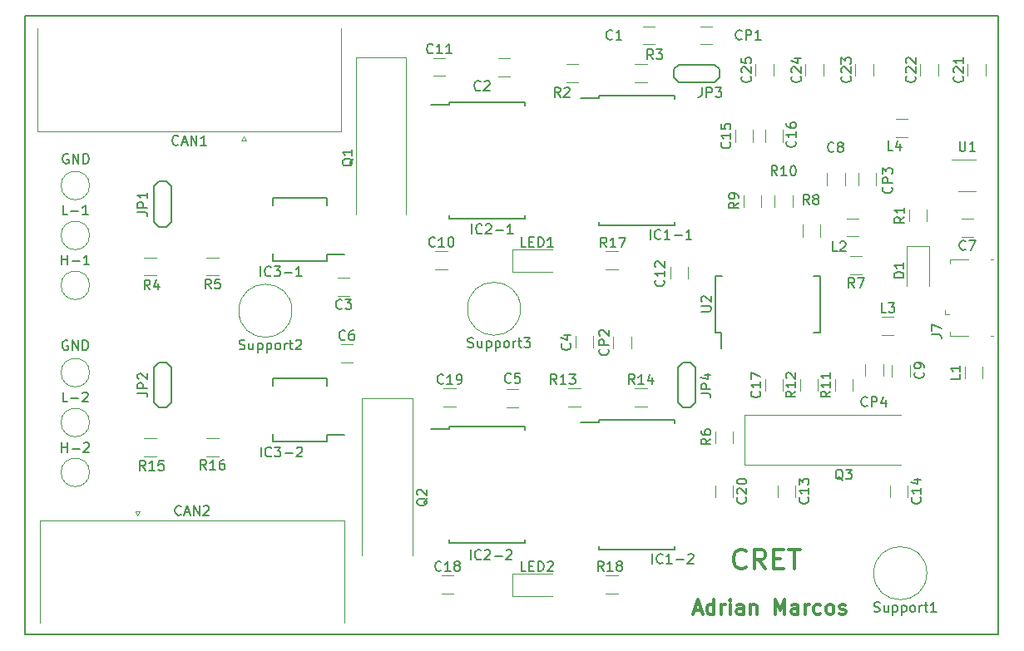
<source format=gbr>
G04 #@! TF.GenerationSoftware,KiCad,Pcbnew,(5.0.1)-3*
G04 #@! TF.CreationDate,2018-12-19T00:20:38+01:00*
G04 #@! TF.ProjectId,cret,637265742E6B696361645F7063620000,rev?*
G04 #@! TF.SameCoordinates,Original*
G04 #@! TF.FileFunction,Legend,Top*
G04 #@! TF.FilePolarity,Positive*
%FSLAX46Y46*%
G04 Gerber Fmt 4.6, Leading zero omitted, Abs format (unit mm)*
G04 Created by KiCad (PCBNEW (5.0.1)-3) date 19/12/2018 0:20:38*
%MOMM*%
%LPD*%
G01*
G04 APERTURE LIST*
%ADD10C,0.300000*%
%ADD11C,0.200000*%
%ADD12C,0.120000*%
%ADD13C,0.150000*%
G04 APERTURE END LIST*
D10*
X124139580Y-143005085D02*
X124044342Y-143100323D01*
X123758628Y-143195561D01*
X123568152Y-143195561D01*
X123282438Y-143100323D01*
X123091961Y-142909847D01*
X122996723Y-142719371D01*
X122901485Y-142338419D01*
X122901485Y-142052704D01*
X122996723Y-141671752D01*
X123091961Y-141481276D01*
X123282438Y-141290800D01*
X123568152Y-141195561D01*
X123758628Y-141195561D01*
X124044342Y-141290800D01*
X124139580Y-141386038D01*
X126139580Y-143195561D02*
X125472914Y-142243180D01*
X124996723Y-143195561D02*
X124996723Y-141195561D01*
X125758628Y-141195561D01*
X125949104Y-141290800D01*
X126044342Y-141386038D01*
X126139580Y-141576514D01*
X126139580Y-141862228D01*
X126044342Y-142052704D01*
X125949104Y-142147942D01*
X125758628Y-142243180D01*
X124996723Y-142243180D01*
X126996723Y-142147942D02*
X127663390Y-142147942D01*
X127949104Y-143195561D02*
X126996723Y-143195561D01*
X126996723Y-141195561D01*
X127949104Y-141195561D01*
X128520533Y-141195561D02*
X129663390Y-141195561D01*
X129091961Y-143195561D02*
X129091961Y-141195561D01*
X118879314Y-147366800D02*
X119593600Y-147366800D01*
X118736457Y-147795371D02*
X119236457Y-146295371D01*
X119736457Y-147795371D01*
X120879314Y-147795371D02*
X120879314Y-146295371D01*
X120879314Y-147723942D02*
X120736457Y-147795371D01*
X120450742Y-147795371D01*
X120307885Y-147723942D01*
X120236457Y-147652514D01*
X120165028Y-147509657D01*
X120165028Y-147081085D01*
X120236457Y-146938228D01*
X120307885Y-146866800D01*
X120450742Y-146795371D01*
X120736457Y-146795371D01*
X120879314Y-146866800D01*
X121593600Y-147795371D02*
X121593600Y-146795371D01*
X121593600Y-147081085D02*
X121665028Y-146938228D01*
X121736457Y-146866800D01*
X121879314Y-146795371D01*
X122022171Y-146795371D01*
X122522171Y-147795371D02*
X122522171Y-146795371D01*
X122522171Y-146295371D02*
X122450742Y-146366800D01*
X122522171Y-146438228D01*
X122593600Y-146366800D01*
X122522171Y-146295371D01*
X122522171Y-146438228D01*
X123879314Y-147795371D02*
X123879314Y-147009657D01*
X123807885Y-146866800D01*
X123665028Y-146795371D01*
X123379314Y-146795371D01*
X123236457Y-146866800D01*
X123879314Y-147723942D02*
X123736457Y-147795371D01*
X123379314Y-147795371D01*
X123236457Y-147723942D01*
X123165028Y-147581085D01*
X123165028Y-147438228D01*
X123236457Y-147295371D01*
X123379314Y-147223942D01*
X123736457Y-147223942D01*
X123879314Y-147152514D01*
X124593600Y-146795371D02*
X124593600Y-147795371D01*
X124593600Y-146938228D02*
X124665028Y-146866800D01*
X124807885Y-146795371D01*
X125022171Y-146795371D01*
X125165028Y-146866800D01*
X125236457Y-147009657D01*
X125236457Y-147795371D01*
X127093600Y-147795371D02*
X127093600Y-146295371D01*
X127593600Y-147366800D01*
X128093600Y-146295371D01*
X128093600Y-147795371D01*
X129450742Y-147795371D02*
X129450742Y-147009657D01*
X129379314Y-146866800D01*
X129236457Y-146795371D01*
X128950742Y-146795371D01*
X128807885Y-146866800D01*
X129450742Y-147723942D02*
X129307885Y-147795371D01*
X128950742Y-147795371D01*
X128807885Y-147723942D01*
X128736457Y-147581085D01*
X128736457Y-147438228D01*
X128807885Y-147295371D01*
X128950742Y-147223942D01*
X129307885Y-147223942D01*
X129450742Y-147152514D01*
X130165028Y-147795371D02*
X130165028Y-146795371D01*
X130165028Y-147081085D02*
X130236457Y-146938228D01*
X130307885Y-146866800D01*
X130450742Y-146795371D01*
X130593600Y-146795371D01*
X131736457Y-147723942D02*
X131593600Y-147795371D01*
X131307885Y-147795371D01*
X131165028Y-147723942D01*
X131093600Y-147652514D01*
X131022171Y-147509657D01*
X131022171Y-147081085D01*
X131093600Y-146938228D01*
X131165028Y-146866800D01*
X131307885Y-146795371D01*
X131593600Y-146795371D01*
X131736457Y-146866800D01*
X132593600Y-147795371D02*
X132450742Y-147723942D01*
X132379314Y-147652514D01*
X132307885Y-147509657D01*
X132307885Y-147081085D01*
X132379314Y-146938228D01*
X132450742Y-146866800D01*
X132593600Y-146795371D01*
X132807885Y-146795371D01*
X132950742Y-146866800D01*
X133022171Y-146938228D01*
X133093600Y-147081085D01*
X133093600Y-147509657D01*
X133022171Y-147652514D01*
X132950742Y-147723942D01*
X132807885Y-147795371D01*
X132593600Y-147795371D01*
X133665028Y-147723942D02*
X133807885Y-147795371D01*
X134093600Y-147795371D01*
X134236457Y-147723942D01*
X134307885Y-147581085D01*
X134307885Y-147509657D01*
X134236457Y-147366800D01*
X134093600Y-147295371D01*
X133879314Y-147295371D01*
X133736457Y-147223942D01*
X133665028Y-147081085D01*
X133665028Y-147009657D01*
X133736457Y-146866800D01*
X133879314Y-146795371D01*
X134093600Y-146795371D01*
X134236457Y-146866800D01*
D11*
X149860000Y-86868000D02*
X50800000Y-86868000D01*
X149860000Y-149860000D02*
X149860000Y-86868000D01*
X50800000Y-149860000D02*
X149860000Y-149860000D01*
X50800000Y-86868000D02*
X50800000Y-149860000D01*
D12*
G04 #@! TO.C,C1*
X114836964Y-89759200D02*
X113632836Y-89759200D01*
X114836964Y-87939200D02*
X113632836Y-87939200D01*
G04 #@! TO.C,C2*
X100155764Y-93010400D02*
X98951636Y-93010400D01*
X100155764Y-91190400D02*
X98951636Y-91190400D01*
G04 #@! TO.C,C3*
X83798164Y-115362400D02*
X82594036Y-115362400D01*
X83798164Y-113542400D02*
X82594036Y-113542400D01*
G04 #@! TO.C,C4*
X106786000Y-120678964D02*
X106786000Y-119474836D01*
X108606000Y-120678964D02*
X108606000Y-119474836D01*
G04 #@! TO.C,C5*
X100982864Y-124870800D02*
X99778736Y-124870800D01*
X100982864Y-126690800D02*
X99778736Y-126690800D01*
G04 #@! TO.C,C6*
X84117264Y-122118800D02*
X82913136Y-122118800D01*
X84117264Y-120298800D02*
X82913136Y-120298800D01*
G04 #@! TO.C,C7*
X147261664Y-109368000D02*
X146057536Y-109368000D01*
X147261664Y-107548000D02*
X146057536Y-107548000D01*
G04 #@! TO.C,C8*
X134201285Y-102890605D02*
X134201285Y-104094733D01*
X132381285Y-102890605D02*
X132381285Y-104094733D01*
G04 #@! TO.C,C10*
X92525436Y-112670000D02*
X93729564Y-112670000D01*
X92525436Y-110850000D02*
X93729564Y-110850000D01*
G04 #@! TO.C,C11*
X92325436Y-91165000D02*
X93529564Y-91165000D01*
X92325436Y-92985000D02*
X93529564Y-92985000D01*
G04 #@! TO.C,C12*
X116438000Y-112427936D02*
X116438000Y-113632064D01*
X118258000Y-112427936D02*
X118258000Y-113632064D01*
G04 #@! TO.C,C13*
X127360000Y-134652936D02*
X127360000Y-135857064D01*
X129180000Y-134652936D02*
X129180000Y-135857064D01*
G04 #@! TO.C,C14*
X140610000Y-134652936D02*
X140610000Y-135857064D01*
X138790000Y-134652936D02*
X138790000Y-135857064D01*
G04 #@! TO.C,C15*
X124862000Y-99698564D02*
X124862000Y-98494436D01*
X123042000Y-99698564D02*
X123042000Y-98494436D01*
G04 #@! TO.C,C16*
X126090000Y-99698564D02*
X126090000Y-98494436D01*
X127910000Y-99698564D02*
X127910000Y-98494436D01*
G04 #@! TO.C,C17*
X126090000Y-125062064D02*
X126090000Y-123857936D01*
X127910000Y-125062064D02*
X127910000Y-123857936D01*
G04 #@! TO.C,C18*
X93160436Y-143870000D02*
X94364564Y-143870000D01*
X93160436Y-145690000D02*
X94364564Y-145690000D01*
G04 #@! TO.C,C19*
X93377936Y-126640000D02*
X94582064Y-126640000D01*
X93377936Y-124820000D02*
X94582064Y-124820000D01*
G04 #@! TO.C,C20*
X122830000Y-134652936D02*
X122830000Y-135857064D01*
X121010000Y-134652936D02*
X121010000Y-135857064D01*
G04 #@! TO.C,C21*
X148546975Y-92971719D02*
X148546975Y-91767591D01*
X146726975Y-92971719D02*
X146726975Y-91767591D01*
G04 #@! TO.C,C22*
X141864475Y-92971719D02*
X141864475Y-91767591D01*
X143684475Y-92971719D02*
X143684475Y-91767591D01*
G04 #@! TO.C,C23*
X137116975Y-92971719D02*
X137116975Y-91767591D01*
X135296975Y-92971719D02*
X135296975Y-91767591D01*
G04 #@! TO.C,C24*
X132036975Y-92971719D02*
X132036975Y-91767591D01*
X130216975Y-92971719D02*
X130216975Y-91767591D01*
G04 #@! TO.C,C25*
X126956975Y-92971719D02*
X126956975Y-91767591D01*
X125136975Y-92971719D02*
X125136975Y-91767591D01*
G04 #@! TO.C,CAN1*
X82970000Y-88165000D02*
X82970000Y-98645000D01*
X82970000Y-98645000D02*
X52000000Y-98645000D01*
X52000000Y-98645000D02*
X52000000Y-88165000D01*
X73275000Y-99539338D02*
X72775000Y-99539338D01*
X72775000Y-99539338D02*
X73025000Y-99106325D01*
X73025000Y-99106325D02*
X73275000Y-99539338D01*
G04 #@! TO.C,CAN2*
X62230000Y-137748675D02*
X61980000Y-137315662D01*
X62480000Y-137315662D02*
X62230000Y-137748675D01*
X61980000Y-137315662D02*
X62480000Y-137315662D01*
X83255000Y-138210000D02*
X83255000Y-148690000D01*
X52285000Y-138210000D02*
X83255000Y-138210000D01*
X52285000Y-148690000D02*
X52285000Y-138210000D01*
G04 #@! TO.C,CP1*
X119525636Y-89759200D02*
X120729764Y-89759200D01*
X119525636Y-87939200D02*
X120729764Y-87939200D01*
G04 #@! TO.C,CP2*
X112466800Y-120729764D02*
X112466800Y-119525636D01*
X110646800Y-120729764D02*
X110646800Y-119525636D01*
G04 #@! TO.C,CP3*
X137401685Y-104094733D02*
X137401685Y-102890605D01*
X135581685Y-104094733D02*
X135581685Y-102890605D01*
G04 #@! TO.C,D1*
X142765400Y-114376000D02*
X142765400Y-110316000D01*
X142765400Y-110316000D02*
X140495400Y-110316000D01*
X140495400Y-110316000D02*
X140495400Y-114376000D01*
G04 #@! TO.C,GND*
X57330000Y-104140000D02*
G75*
G03X57330000Y-104140000I-1450000J0D01*
G01*
X57330000Y-123190000D02*
G75*
G03X57330000Y-123190000I-1450000J0D01*
G01*
G04 #@! TO.C,H-1*
X57330000Y-114300000D02*
G75*
G03X57330000Y-114300000I-1450000J0D01*
G01*
G04 #@! TO.C,H-2*
X57330000Y-133350000D02*
G75*
G03X57330000Y-133350000I-1450000J0D01*
G01*
D13*
G04 #@! TO.C,IC1-1*
X109155000Y-95025000D02*
X109155000Y-95275000D01*
X116905000Y-95025000D02*
X116905000Y-95360000D01*
X116905000Y-108175000D02*
X116905000Y-107840000D01*
X109155000Y-108175000D02*
X109155000Y-107840000D01*
X109155000Y-95025000D02*
X116905000Y-95025000D01*
X109155000Y-108175000D02*
X116905000Y-108175000D01*
X109155000Y-95275000D02*
X107355000Y-95275000D01*
G04 #@! TO.C,IC1-2*
X109155000Y-128295000D02*
X107355000Y-128295000D01*
X109155000Y-141195000D02*
X116905000Y-141195000D01*
X109155000Y-128045000D02*
X116905000Y-128045000D01*
X109155000Y-141195000D02*
X109155000Y-140860000D01*
X116905000Y-141195000D02*
X116905000Y-140860000D01*
X116905000Y-128045000D02*
X116905000Y-128380000D01*
X109155000Y-128045000D02*
X109155000Y-128295000D01*
G04 #@! TO.C,IC2-1*
X93915000Y-95650000D02*
X93915000Y-95900000D01*
X101665000Y-95650000D02*
X101665000Y-95995000D01*
X101665000Y-107550000D02*
X101665000Y-107205000D01*
X93915000Y-107550000D02*
X93915000Y-107205000D01*
X93915000Y-95650000D02*
X101665000Y-95650000D01*
X93915000Y-107550000D02*
X101665000Y-107550000D01*
X93915000Y-95900000D02*
X92090000Y-95900000D01*
G04 #@! TO.C,IC2-2*
X93915000Y-128920000D02*
X92090000Y-128920000D01*
X93915000Y-140570000D02*
X101665000Y-140570000D01*
X93915000Y-128670000D02*
X101665000Y-128670000D01*
X93915000Y-140570000D02*
X93915000Y-140225000D01*
X101665000Y-140570000D02*
X101665000Y-140225000D01*
X101665000Y-128670000D02*
X101665000Y-129015000D01*
X93915000Y-128670000D02*
X93915000Y-128920000D01*
G04 #@! TO.C,IC3-1*
X81490000Y-111790000D02*
X81490000Y-111135000D01*
X75990000Y-111790000D02*
X75990000Y-111040000D01*
X75990000Y-105380000D02*
X75990000Y-106130000D01*
X81490000Y-105380000D02*
X81490000Y-106130000D01*
X81490000Y-111790000D02*
X75990000Y-111790000D01*
X81490000Y-105380000D02*
X75990000Y-105380000D01*
X81490000Y-111135000D02*
X83240000Y-111135000D01*
G04 #@! TO.C,IC3-2*
X81490000Y-129550000D02*
X83240000Y-129550000D01*
X81490000Y-123795000D02*
X75990000Y-123795000D01*
X81490000Y-130205000D02*
X75990000Y-130205000D01*
X81490000Y-123795000D02*
X81490000Y-124545000D01*
X75990000Y-123795000D02*
X75990000Y-124545000D01*
X75990000Y-130205000D02*
X75990000Y-129455000D01*
X81490000Y-130205000D02*
X81490000Y-129550000D01*
D12*
G04 #@! TO.C,J7*
X144922500Y-119470000D02*
X144922500Y-119020000D01*
X146772500Y-119470000D02*
X144922500Y-119470000D01*
X149322500Y-111670000D02*
X149072500Y-111670000D01*
X149322500Y-119470000D02*
X149072500Y-119470000D01*
X146772500Y-111670000D02*
X144922500Y-111670000D01*
X144922500Y-111670000D02*
X144922500Y-112120000D01*
X144372500Y-117270000D02*
X144372500Y-116820000D01*
X144372500Y-117270000D02*
X144822500Y-117270000D01*
D13*
G04 #@! TO.C,JP1*
X64370000Y-108345000D02*
X63870000Y-107845000D01*
X65170000Y-108345000D02*
X64370000Y-108345000D01*
X65670000Y-107845000D02*
X65170000Y-108345000D01*
X65670000Y-104245000D02*
X65670000Y-107845000D01*
X65170000Y-103745000D02*
X65670000Y-104245000D01*
X64370000Y-103745000D02*
X65170000Y-103745000D01*
X63870000Y-104245000D02*
X64370000Y-103745000D01*
X63870000Y-107845000D02*
X63870000Y-104245000D01*
G04 #@! TO.C,JP2*
X64370000Y-126760000D02*
X63870000Y-126260000D01*
X65170000Y-126760000D02*
X64370000Y-126760000D01*
X65670000Y-126260000D02*
X65170000Y-126760000D01*
X65670000Y-122660000D02*
X65670000Y-126260000D01*
X65170000Y-122160000D02*
X65670000Y-122660000D01*
X64370000Y-122160000D02*
X65170000Y-122160000D01*
X63870000Y-122660000D02*
X64370000Y-122160000D01*
X63870000Y-126260000D02*
X63870000Y-122660000D01*
G04 #@! TO.C,JP3*
X120926000Y-93610000D02*
X117326000Y-93610000D01*
X117326000Y-93610000D02*
X116826000Y-93110000D01*
X116826000Y-93110000D02*
X116826000Y-92310000D01*
X116826000Y-92310000D02*
X117326000Y-91810000D01*
X117326000Y-91810000D02*
X120926000Y-91810000D01*
X120926000Y-91810000D02*
X121426000Y-92310000D01*
X121426000Y-92310000D02*
X121426000Y-93110000D01*
X121426000Y-93110000D02*
X120926000Y-93610000D01*
G04 #@! TO.C,JP4*
X119010000Y-122660000D02*
X119010000Y-126260000D01*
X119010000Y-126260000D02*
X118510000Y-126760000D01*
X118510000Y-126760000D02*
X117710000Y-126760000D01*
X117710000Y-126760000D02*
X117210000Y-126260000D01*
X117210000Y-126260000D02*
X117210000Y-122660000D01*
X117210000Y-122660000D02*
X117710000Y-122160000D01*
X117710000Y-122160000D02*
X118510000Y-122160000D01*
X118510000Y-122160000D02*
X119010000Y-122660000D01*
D12*
G04 #@! TO.C,L1*
X146410000Y-123792064D02*
X146410000Y-122587936D01*
X148230000Y-123792064D02*
X148230000Y-122587936D01*
G04 #@! TO.C,L2*
X135580849Y-107473769D02*
X134376721Y-107473769D01*
X135580849Y-109293769D02*
X134376721Y-109293769D01*
G04 #@! TO.C,L4*
X140619039Y-99212155D02*
X139414911Y-99212155D01*
X140619039Y-97392155D02*
X139414911Y-97392155D01*
G04 #@! TO.C,L-1*
X57330000Y-109220000D02*
G75*
G03X57330000Y-109220000I-1450000J0D01*
G01*
G04 #@! TO.C,L-2*
X57330000Y-128270000D02*
G75*
G03X57330000Y-128270000I-1450000J0D01*
G01*
G04 #@! TO.C,LED1*
X104470000Y-110625000D02*
X100410000Y-110625000D01*
X100410000Y-110625000D02*
X100410000Y-112895000D01*
X100410000Y-112895000D02*
X104470000Y-112895000D01*
G04 #@! TO.C,Q1*
X89545000Y-107087500D02*
X89545000Y-91112500D01*
X89545000Y-91112500D02*
X84445000Y-91112500D01*
X84445000Y-91112500D02*
X84445000Y-107087500D01*
G04 #@! TO.C,Q2*
X85080000Y-125815000D02*
X85080000Y-141790000D01*
X90180000Y-125815000D02*
X85080000Y-125815000D01*
X90180000Y-141790000D02*
X90180000Y-125815000D01*
G04 #@! TO.C,Q3*
X139931586Y-127480818D02*
X123956586Y-127480818D01*
X123956586Y-127480818D02*
X123956586Y-132580818D01*
X123956586Y-132580818D02*
X139931586Y-132580818D01*
G04 #@! TO.C,R1*
X142540400Y-107775764D02*
X142540400Y-106571636D01*
X140720400Y-107775764D02*
X140720400Y-106571636D01*
G04 #@! TO.C,R3*
X112845436Y-93620000D02*
X114049564Y-93620000D01*
X112845436Y-91800000D02*
X114049564Y-91800000D01*
G04 #@! TO.C,R4*
X62897936Y-111485000D02*
X64102064Y-111485000D01*
X62897936Y-113305000D02*
X64102064Y-113305000D01*
G04 #@! TO.C,R5*
X70452064Y-111485000D02*
X69247936Y-111485000D01*
X70452064Y-113305000D02*
X69247936Y-113305000D01*
G04 #@! TO.C,R6*
X121010000Y-130359564D02*
X121010000Y-129155436D01*
X122830000Y-130359564D02*
X122830000Y-129155436D01*
G04 #@! TO.C,R7*
X135947564Y-111358000D02*
X134743436Y-111358000D01*
X135947564Y-113178000D02*
X134743436Y-113178000D01*
G04 #@! TO.C,R8*
X131720000Y-109350564D02*
X131720000Y-108146436D01*
X129900000Y-109350564D02*
X129900000Y-108146436D01*
G04 #@! TO.C,R9*
X125700200Y-105163536D02*
X125700200Y-106367664D01*
X123880200Y-105163536D02*
X123880200Y-106367664D01*
G04 #@! TO.C,R10*
X127055200Y-105163536D02*
X127055200Y-106367664D01*
X128875200Y-105163536D02*
X128875200Y-106367664D01*
G04 #@! TO.C,R11*
X133202000Y-125062064D02*
X133202000Y-123857936D01*
X135022000Y-125062064D02*
X135022000Y-123857936D01*
G04 #@! TO.C,R13*
X107282064Y-124820000D02*
X106077936Y-124820000D01*
X107282064Y-126640000D02*
X106077936Y-126640000D01*
G04 #@! TO.C,R14*
X112845436Y-124820000D02*
X114049564Y-124820000D01*
X112845436Y-126640000D02*
X114049564Y-126640000D01*
G04 #@! TO.C,R15*
X62897936Y-131720000D02*
X64102064Y-131720000D01*
X62897936Y-129900000D02*
X64102064Y-129900000D01*
G04 #@! TO.C,R16*
X70452064Y-131720000D02*
X69247936Y-131720000D01*
X70452064Y-129900000D02*
X69247936Y-129900000D01*
G04 #@! TO.C,R17*
X111092064Y-112670000D02*
X109887936Y-112670000D01*
X111092064Y-110850000D02*
X109887936Y-110850000D01*
G04 #@! TO.C,R18*
X111092064Y-143870000D02*
X109887936Y-143870000D01*
X111092064Y-145690000D02*
X109887936Y-145690000D01*
G04 #@! TO.C,U1*
X145759600Y-104683200D02*
X147559600Y-104683200D01*
X147559600Y-101463200D02*
X145109600Y-101463200D01*
D13*
G04 #@! TO.C,U2*
X121040000Y-119080000D02*
X121615000Y-119080000D01*
X121040000Y-113330000D02*
X121690000Y-113330000D01*
X131690000Y-113330000D02*
X131040000Y-113330000D01*
X131690000Y-119080000D02*
X131040000Y-119080000D01*
X121040000Y-119080000D02*
X121040000Y-113330000D01*
X131690000Y-119080000D02*
X131690000Y-113330000D01*
X121615000Y-119080000D02*
X121615000Y-120680000D01*
D12*
G04 #@! TO.C,R2*
X107064564Y-93620000D02*
X105860436Y-93620000D01*
X107064564Y-91800000D02*
X105860436Y-91800000D01*
G04 #@! TO.C,C9*
X138993200Y-123603164D02*
X138993200Y-122399036D01*
X140813200Y-123603164D02*
X140813200Y-122399036D01*
G04 #@! TO.C,CP4*
X136300800Y-122348236D02*
X136300800Y-123552364D01*
X138120800Y-122348236D02*
X138120800Y-123552364D01*
G04 #@! TO.C,L3*
X137982026Y-117537683D02*
X139186154Y-117537683D01*
X137982026Y-119357683D02*
X139186154Y-119357683D01*
G04 #@! TO.C,LED2*
X104470000Y-143645000D02*
X100410000Y-143645000D01*
X100410000Y-143645000D02*
X100410000Y-145915000D01*
X100410000Y-145915000D02*
X104470000Y-145915000D01*
G04 #@! TO.C,R12*
X129646000Y-125062064D02*
X129646000Y-123857936D01*
X131466000Y-125062064D02*
X131466000Y-123857936D01*
G04 #@! TO.C,Support1*
X142552400Y-143611600D02*
G75*
G03X142552400Y-143611600I-2700000J0D01*
G01*
G04 #@! TO.C,Support2*
X77934800Y-116890800D02*
G75*
G03X77934800Y-116890800I-2700000J0D01*
G01*
G04 #@! TO.C,Support3*
X101201200Y-116687600D02*
G75*
G03X101201200Y-116687600I-2700000J0D01*
G01*
G04 #@! TO.C,C1*
D13*
X110548733Y-89206342D02*
X110501114Y-89253961D01*
X110358257Y-89301580D01*
X110263019Y-89301580D01*
X110120161Y-89253961D01*
X110024923Y-89158723D01*
X109977304Y-89063485D01*
X109929685Y-88873009D01*
X109929685Y-88730152D01*
X109977304Y-88539676D01*
X110024923Y-88444438D01*
X110120161Y-88349200D01*
X110263019Y-88301580D01*
X110358257Y-88301580D01*
X110501114Y-88349200D01*
X110548733Y-88396819D01*
X111501114Y-89301580D02*
X110929685Y-89301580D01*
X111215400Y-89301580D02*
X111215400Y-88301580D01*
X111120161Y-88444438D01*
X111024923Y-88539676D01*
X110929685Y-88587295D01*
G04 #@! TO.C,C2*
X97115333Y-94387942D02*
X97067714Y-94435561D01*
X96924857Y-94483180D01*
X96829619Y-94483180D01*
X96686761Y-94435561D01*
X96591523Y-94340323D01*
X96543904Y-94245085D01*
X96496285Y-94054609D01*
X96496285Y-93911752D01*
X96543904Y-93721276D01*
X96591523Y-93626038D01*
X96686761Y-93530800D01*
X96829619Y-93483180D01*
X96924857Y-93483180D01*
X97067714Y-93530800D01*
X97115333Y-93578419D01*
X97496285Y-93578419D02*
X97543904Y-93530800D01*
X97639142Y-93483180D01*
X97877238Y-93483180D01*
X97972476Y-93530800D01*
X98020095Y-93578419D01*
X98067714Y-93673657D01*
X98067714Y-93768895D01*
X98020095Y-93911752D01*
X97448666Y-94483180D01*
X98067714Y-94483180D01*
G04 #@! TO.C,C3*
X83029433Y-116629542D02*
X82981814Y-116677161D01*
X82838957Y-116724780D01*
X82743719Y-116724780D01*
X82600861Y-116677161D01*
X82505623Y-116581923D01*
X82458004Y-116486685D01*
X82410385Y-116296209D01*
X82410385Y-116153352D01*
X82458004Y-115962876D01*
X82505623Y-115867638D01*
X82600861Y-115772400D01*
X82743719Y-115724780D01*
X82838957Y-115724780D01*
X82981814Y-115772400D01*
X83029433Y-115820019D01*
X83362766Y-115724780D02*
X83981814Y-115724780D01*
X83648480Y-116105733D01*
X83791338Y-116105733D01*
X83886576Y-116153352D01*
X83934195Y-116200971D01*
X83981814Y-116296209D01*
X83981814Y-116534304D01*
X83934195Y-116629542D01*
X83886576Y-116677161D01*
X83791338Y-116724780D01*
X83505623Y-116724780D01*
X83410385Y-116677161D01*
X83362766Y-116629542D01*
G04 #@! TO.C,C4*
X106233142Y-120243566D02*
X106280761Y-120291185D01*
X106328380Y-120434042D01*
X106328380Y-120529280D01*
X106280761Y-120672138D01*
X106185523Y-120767376D01*
X106090285Y-120814995D01*
X105899809Y-120862614D01*
X105756952Y-120862614D01*
X105566476Y-120814995D01*
X105471238Y-120767376D01*
X105376000Y-120672138D01*
X105328380Y-120529280D01*
X105328380Y-120434042D01*
X105376000Y-120291185D01*
X105423619Y-120243566D01*
X105661714Y-119386423D02*
X106328380Y-119386423D01*
X105280761Y-119624519D02*
X105995047Y-119862614D01*
X105995047Y-119243566D01*
G04 #@! TO.C,C5*
X100214133Y-124156742D02*
X100166514Y-124204361D01*
X100023657Y-124251980D01*
X99928419Y-124251980D01*
X99785561Y-124204361D01*
X99690323Y-124109123D01*
X99642704Y-124013885D01*
X99595085Y-123823409D01*
X99595085Y-123680552D01*
X99642704Y-123490076D01*
X99690323Y-123394838D01*
X99785561Y-123299600D01*
X99928419Y-123251980D01*
X100023657Y-123251980D01*
X100166514Y-123299600D01*
X100214133Y-123347219D01*
X101118895Y-123251980D02*
X100642704Y-123251980D01*
X100595085Y-123728171D01*
X100642704Y-123680552D01*
X100737942Y-123632933D01*
X100976038Y-123632933D01*
X101071276Y-123680552D01*
X101118895Y-123728171D01*
X101166514Y-123823409D01*
X101166514Y-124061504D01*
X101118895Y-124156742D01*
X101071276Y-124204361D01*
X100976038Y-124251980D01*
X100737942Y-124251980D01*
X100642704Y-124204361D01*
X100595085Y-124156742D01*
G04 #@! TO.C,C6*
X83348533Y-119787942D02*
X83300914Y-119835561D01*
X83158057Y-119883180D01*
X83062819Y-119883180D01*
X82919961Y-119835561D01*
X82824723Y-119740323D01*
X82777104Y-119645085D01*
X82729485Y-119454609D01*
X82729485Y-119311752D01*
X82777104Y-119121276D01*
X82824723Y-119026038D01*
X82919961Y-118930800D01*
X83062819Y-118883180D01*
X83158057Y-118883180D01*
X83300914Y-118930800D01*
X83348533Y-118978419D01*
X84205676Y-118883180D02*
X84015200Y-118883180D01*
X83919961Y-118930800D01*
X83872342Y-118978419D01*
X83777104Y-119121276D01*
X83729485Y-119311752D01*
X83729485Y-119692704D01*
X83777104Y-119787942D01*
X83824723Y-119835561D01*
X83919961Y-119883180D01*
X84110438Y-119883180D01*
X84205676Y-119835561D01*
X84253295Y-119787942D01*
X84300914Y-119692704D01*
X84300914Y-119454609D01*
X84253295Y-119359371D01*
X84205676Y-119311752D01*
X84110438Y-119264133D01*
X83919961Y-119264133D01*
X83824723Y-119311752D01*
X83777104Y-119359371D01*
X83729485Y-119454609D01*
G04 #@! TO.C,C7*
X146492933Y-110635142D02*
X146445314Y-110682761D01*
X146302457Y-110730380D01*
X146207219Y-110730380D01*
X146064361Y-110682761D01*
X145969123Y-110587523D01*
X145921504Y-110492285D01*
X145873885Y-110301809D01*
X145873885Y-110158952D01*
X145921504Y-109968476D01*
X145969123Y-109873238D01*
X146064361Y-109778000D01*
X146207219Y-109730380D01*
X146302457Y-109730380D01*
X146445314Y-109778000D01*
X146492933Y-109825619D01*
X146826266Y-109730380D02*
X147492933Y-109730380D01*
X147064361Y-110730380D01*
G04 #@! TO.C,C8*
X133081733Y-100636342D02*
X133034114Y-100683961D01*
X132891257Y-100731580D01*
X132796019Y-100731580D01*
X132653161Y-100683961D01*
X132557923Y-100588723D01*
X132510304Y-100493485D01*
X132462685Y-100303009D01*
X132462685Y-100160152D01*
X132510304Y-99969676D01*
X132557923Y-99874438D01*
X132653161Y-99779200D01*
X132796019Y-99731580D01*
X132891257Y-99731580D01*
X133034114Y-99779200D01*
X133081733Y-99826819D01*
X133653161Y-100160152D02*
X133557923Y-100112533D01*
X133510304Y-100064914D01*
X133462685Y-99969676D01*
X133462685Y-99922057D01*
X133510304Y-99826819D01*
X133557923Y-99779200D01*
X133653161Y-99731580D01*
X133843638Y-99731580D01*
X133938876Y-99779200D01*
X133986495Y-99826819D01*
X134034114Y-99922057D01*
X134034114Y-99969676D01*
X133986495Y-100064914D01*
X133938876Y-100112533D01*
X133843638Y-100160152D01*
X133653161Y-100160152D01*
X133557923Y-100207771D01*
X133510304Y-100255390D01*
X133462685Y-100350628D01*
X133462685Y-100541104D01*
X133510304Y-100636342D01*
X133557923Y-100683961D01*
X133653161Y-100731580D01*
X133843638Y-100731580D01*
X133938876Y-100683961D01*
X133986495Y-100636342D01*
X134034114Y-100541104D01*
X134034114Y-100350628D01*
X133986495Y-100255390D01*
X133938876Y-100207771D01*
X133843638Y-100160152D01*
G04 #@! TO.C,C10*
X92484642Y-110297142D02*
X92437023Y-110344761D01*
X92294166Y-110392380D01*
X92198928Y-110392380D01*
X92056071Y-110344761D01*
X91960833Y-110249523D01*
X91913214Y-110154285D01*
X91865595Y-109963809D01*
X91865595Y-109820952D01*
X91913214Y-109630476D01*
X91960833Y-109535238D01*
X92056071Y-109440000D01*
X92198928Y-109392380D01*
X92294166Y-109392380D01*
X92437023Y-109440000D01*
X92484642Y-109487619D01*
X93437023Y-110392380D02*
X92865595Y-110392380D01*
X93151309Y-110392380D02*
X93151309Y-109392380D01*
X93056071Y-109535238D01*
X92960833Y-109630476D01*
X92865595Y-109678095D01*
X94056071Y-109392380D02*
X94151309Y-109392380D01*
X94246547Y-109440000D01*
X94294166Y-109487619D01*
X94341785Y-109582857D01*
X94389404Y-109773333D01*
X94389404Y-110011428D01*
X94341785Y-110201904D01*
X94294166Y-110297142D01*
X94246547Y-110344761D01*
X94151309Y-110392380D01*
X94056071Y-110392380D01*
X93960833Y-110344761D01*
X93913214Y-110297142D01*
X93865595Y-110201904D01*
X93817976Y-110011428D01*
X93817976Y-109773333D01*
X93865595Y-109582857D01*
X93913214Y-109487619D01*
X93960833Y-109440000D01*
X94056071Y-109392380D01*
G04 #@! TO.C,C11*
X92284642Y-90612142D02*
X92237023Y-90659761D01*
X92094166Y-90707380D01*
X91998928Y-90707380D01*
X91856071Y-90659761D01*
X91760833Y-90564523D01*
X91713214Y-90469285D01*
X91665595Y-90278809D01*
X91665595Y-90135952D01*
X91713214Y-89945476D01*
X91760833Y-89850238D01*
X91856071Y-89755000D01*
X91998928Y-89707380D01*
X92094166Y-89707380D01*
X92237023Y-89755000D01*
X92284642Y-89802619D01*
X93237023Y-90707380D02*
X92665595Y-90707380D01*
X92951309Y-90707380D02*
X92951309Y-89707380D01*
X92856071Y-89850238D01*
X92760833Y-89945476D01*
X92665595Y-89993095D01*
X94189404Y-90707380D02*
X93617976Y-90707380D01*
X93903690Y-90707380D02*
X93903690Y-89707380D01*
X93808452Y-89850238D01*
X93713214Y-89945476D01*
X93617976Y-89993095D01*
G04 #@! TO.C,C12*
X115774742Y-113774457D02*
X115822361Y-113822076D01*
X115869980Y-113964933D01*
X115869980Y-114060171D01*
X115822361Y-114203028D01*
X115727123Y-114298266D01*
X115631885Y-114345885D01*
X115441409Y-114393504D01*
X115298552Y-114393504D01*
X115108076Y-114345885D01*
X115012838Y-114298266D01*
X114917600Y-114203028D01*
X114869980Y-114060171D01*
X114869980Y-113964933D01*
X114917600Y-113822076D01*
X114965219Y-113774457D01*
X115869980Y-112822076D02*
X115869980Y-113393504D01*
X115869980Y-113107790D02*
X114869980Y-113107790D01*
X115012838Y-113203028D01*
X115108076Y-113298266D01*
X115155695Y-113393504D01*
X114965219Y-112441123D02*
X114917600Y-112393504D01*
X114869980Y-112298266D01*
X114869980Y-112060171D01*
X114917600Y-111964933D01*
X114965219Y-111917314D01*
X115060457Y-111869695D01*
X115155695Y-111869695D01*
X115298552Y-111917314D01*
X115869980Y-112488742D01*
X115869980Y-111869695D01*
G04 #@! TO.C,C13*
X130447142Y-135897857D02*
X130494761Y-135945476D01*
X130542380Y-136088333D01*
X130542380Y-136183571D01*
X130494761Y-136326428D01*
X130399523Y-136421666D01*
X130304285Y-136469285D01*
X130113809Y-136516904D01*
X129970952Y-136516904D01*
X129780476Y-136469285D01*
X129685238Y-136421666D01*
X129590000Y-136326428D01*
X129542380Y-136183571D01*
X129542380Y-136088333D01*
X129590000Y-135945476D01*
X129637619Y-135897857D01*
X130542380Y-134945476D02*
X130542380Y-135516904D01*
X130542380Y-135231190D02*
X129542380Y-135231190D01*
X129685238Y-135326428D01*
X129780476Y-135421666D01*
X129828095Y-135516904D01*
X129542380Y-134612142D02*
X129542380Y-133993095D01*
X129923333Y-134326428D01*
X129923333Y-134183571D01*
X129970952Y-134088333D01*
X130018571Y-134040714D01*
X130113809Y-133993095D01*
X130351904Y-133993095D01*
X130447142Y-134040714D01*
X130494761Y-134088333D01*
X130542380Y-134183571D01*
X130542380Y-134469285D01*
X130494761Y-134564523D01*
X130447142Y-134612142D01*
G04 #@! TO.C,C14*
X141877142Y-135897857D02*
X141924761Y-135945476D01*
X141972380Y-136088333D01*
X141972380Y-136183571D01*
X141924761Y-136326428D01*
X141829523Y-136421666D01*
X141734285Y-136469285D01*
X141543809Y-136516904D01*
X141400952Y-136516904D01*
X141210476Y-136469285D01*
X141115238Y-136421666D01*
X141020000Y-136326428D01*
X140972380Y-136183571D01*
X140972380Y-136088333D01*
X141020000Y-135945476D01*
X141067619Y-135897857D01*
X141972380Y-134945476D02*
X141972380Y-135516904D01*
X141972380Y-135231190D02*
X140972380Y-135231190D01*
X141115238Y-135326428D01*
X141210476Y-135421666D01*
X141258095Y-135516904D01*
X141305714Y-134088333D02*
X141972380Y-134088333D01*
X140924761Y-134326428D02*
X141639047Y-134564523D01*
X141639047Y-133945476D01*
G04 #@! TO.C,C15*
X122489142Y-99739357D02*
X122536761Y-99786976D01*
X122584380Y-99929833D01*
X122584380Y-100025071D01*
X122536761Y-100167928D01*
X122441523Y-100263166D01*
X122346285Y-100310785D01*
X122155809Y-100358404D01*
X122012952Y-100358404D01*
X121822476Y-100310785D01*
X121727238Y-100263166D01*
X121632000Y-100167928D01*
X121584380Y-100025071D01*
X121584380Y-99929833D01*
X121632000Y-99786976D01*
X121679619Y-99739357D01*
X122584380Y-98786976D02*
X122584380Y-99358404D01*
X122584380Y-99072690D02*
X121584380Y-99072690D01*
X121727238Y-99167928D01*
X121822476Y-99263166D01*
X121870095Y-99358404D01*
X121584380Y-97882214D02*
X121584380Y-98358404D01*
X122060571Y-98406023D01*
X122012952Y-98358404D01*
X121965333Y-98263166D01*
X121965333Y-98025071D01*
X122012952Y-97929833D01*
X122060571Y-97882214D01*
X122155809Y-97834595D01*
X122393904Y-97834595D01*
X122489142Y-97882214D01*
X122536761Y-97929833D01*
X122584380Y-98025071D01*
X122584380Y-98263166D01*
X122536761Y-98358404D01*
X122489142Y-98406023D01*
G04 #@! TO.C,C16*
X129135142Y-99601257D02*
X129182761Y-99648876D01*
X129230380Y-99791733D01*
X129230380Y-99886971D01*
X129182761Y-100029828D01*
X129087523Y-100125066D01*
X128992285Y-100172685D01*
X128801809Y-100220304D01*
X128658952Y-100220304D01*
X128468476Y-100172685D01*
X128373238Y-100125066D01*
X128278000Y-100029828D01*
X128230380Y-99886971D01*
X128230380Y-99791733D01*
X128278000Y-99648876D01*
X128325619Y-99601257D01*
X129230380Y-98648876D02*
X129230380Y-99220304D01*
X129230380Y-98934590D02*
X128230380Y-98934590D01*
X128373238Y-99029828D01*
X128468476Y-99125066D01*
X128516095Y-99220304D01*
X128230380Y-97791733D02*
X128230380Y-97982209D01*
X128278000Y-98077447D01*
X128325619Y-98125066D01*
X128468476Y-98220304D01*
X128658952Y-98267923D01*
X129039904Y-98267923D01*
X129135142Y-98220304D01*
X129182761Y-98172685D01*
X129230380Y-98077447D01*
X129230380Y-97886971D01*
X129182761Y-97791733D01*
X129135142Y-97744114D01*
X129039904Y-97696495D01*
X128801809Y-97696495D01*
X128706571Y-97744114D01*
X128658952Y-97791733D01*
X128611333Y-97886971D01*
X128611333Y-98077447D01*
X128658952Y-98172685D01*
X128706571Y-98220304D01*
X128801809Y-98267923D01*
G04 #@! TO.C,C17*
X125537142Y-125102857D02*
X125584761Y-125150476D01*
X125632380Y-125293333D01*
X125632380Y-125388571D01*
X125584761Y-125531428D01*
X125489523Y-125626666D01*
X125394285Y-125674285D01*
X125203809Y-125721904D01*
X125060952Y-125721904D01*
X124870476Y-125674285D01*
X124775238Y-125626666D01*
X124680000Y-125531428D01*
X124632380Y-125388571D01*
X124632380Y-125293333D01*
X124680000Y-125150476D01*
X124727619Y-125102857D01*
X125632380Y-124150476D02*
X125632380Y-124721904D01*
X125632380Y-124436190D02*
X124632380Y-124436190D01*
X124775238Y-124531428D01*
X124870476Y-124626666D01*
X124918095Y-124721904D01*
X124632380Y-123817142D02*
X124632380Y-123150476D01*
X125632380Y-123579047D01*
G04 #@! TO.C,C18*
X93119642Y-143317142D02*
X93072023Y-143364761D01*
X92929166Y-143412380D01*
X92833928Y-143412380D01*
X92691071Y-143364761D01*
X92595833Y-143269523D01*
X92548214Y-143174285D01*
X92500595Y-142983809D01*
X92500595Y-142840952D01*
X92548214Y-142650476D01*
X92595833Y-142555238D01*
X92691071Y-142460000D01*
X92833928Y-142412380D01*
X92929166Y-142412380D01*
X93072023Y-142460000D01*
X93119642Y-142507619D01*
X94072023Y-143412380D02*
X93500595Y-143412380D01*
X93786309Y-143412380D02*
X93786309Y-142412380D01*
X93691071Y-142555238D01*
X93595833Y-142650476D01*
X93500595Y-142698095D01*
X94643452Y-142840952D02*
X94548214Y-142793333D01*
X94500595Y-142745714D01*
X94452976Y-142650476D01*
X94452976Y-142602857D01*
X94500595Y-142507619D01*
X94548214Y-142460000D01*
X94643452Y-142412380D01*
X94833928Y-142412380D01*
X94929166Y-142460000D01*
X94976785Y-142507619D01*
X95024404Y-142602857D01*
X95024404Y-142650476D01*
X94976785Y-142745714D01*
X94929166Y-142793333D01*
X94833928Y-142840952D01*
X94643452Y-142840952D01*
X94548214Y-142888571D01*
X94500595Y-142936190D01*
X94452976Y-143031428D01*
X94452976Y-143221904D01*
X94500595Y-143317142D01*
X94548214Y-143364761D01*
X94643452Y-143412380D01*
X94833928Y-143412380D01*
X94929166Y-143364761D01*
X94976785Y-143317142D01*
X95024404Y-143221904D01*
X95024404Y-143031428D01*
X94976785Y-142936190D01*
X94929166Y-142888571D01*
X94833928Y-142840952D01*
G04 #@! TO.C,C19*
X93337142Y-124267142D02*
X93289523Y-124314761D01*
X93146666Y-124362380D01*
X93051428Y-124362380D01*
X92908571Y-124314761D01*
X92813333Y-124219523D01*
X92765714Y-124124285D01*
X92718095Y-123933809D01*
X92718095Y-123790952D01*
X92765714Y-123600476D01*
X92813333Y-123505238D01*
X92908571Y-123410000D01*
X93051428Y-123362380D01*
X93146666Y-123362380D01*
X93289523Y-123410000D01*
X93337142Y-123457619D01*
X94289523Y-124362380D02*
X93718095Y-124362380D01*
X94003809Y-124362380D02*
X94003809Y-123362380D01*
X93908571Y-123505238D01*
X93813333Y-123600476D01*
X93718095Y-123648095D01*
X94765714Y-124362380D02*
X94956190Y-124362380D01*
X95051428Y-124314761D01*
X95099047Y-124267142D01*
X95194285Y-124124285D01*
X95241904Y-123933809D01*
X95241904Y-123552857D01*
X95194285Y-123457619D01*
X95146666Y-123410000D01*
X95051428Y-123362380D01*
X94860952Y-123362380D01*
X94765714Y-123410000D01*
X94718095Y-123457619D01*
X94670476Y-123552857D01*
X94670476Y-123790952D01*
X94718095Y-123886190D01*
X94765714Y-123933809D01*
X94860952Y-123981428D01*
X95051428Y-123981428D01*
X95146666Y-123933809D01*
X95194285Y-123886190D01*
X95241904Y-123790952D01*
G04 #@! TO.C,C20*
X124097142Y-135897857D02*
X124144761Y-135945476D01*
X124192380Y-136088333D01*
X124192380Y-136183571D01*
X124144761Y-136326428D01*
X124049523Y-136421666D01*
X123954285Y-136469285D01*
X123763809Y-136516904D01*
X123620952Y-136516904D01*
X123430476Y-136469285D01*
X123335238Y-136421666D01*
X123240000Y-136326428D01*
X123192380Y-136183571D01*
X123192380Y-136088333D01*
X123240000Y-135945476D01*
X123287619Y-135897857D01*
X123287619Y-135516904D02*
X123240000Y-135469285D01*
X123192380Y-135374047D01*
X123192380Y-135135952D01*
X123240000Y-135040714D01*
X123287619Y-134993095D01*
X123382857Y-134945476D01*
X123478095Y-134945476D01*
X123620952Y-134993095D01*
X124192380Y-135564523D01*
X124192380Y-134945476D01*
X123192380Y-134326428D02*
X123192380Y-134231190D01*
X123240000Y-134135952D01*
X123287619Y-134088333D01*
X123382857Y-134040714D01*
X123573333Y-133993095D01*
X123811428Y-133993095D01*
X124001904Y-134040714D01*
X124097142Y-134088333D01*
X124144761Y-134135952D01*
X124192380Y-134231190D01*
X124192380Y-134326428D01*
X124144761Y-134421666D01*
X124097142Y-134469285D01*
X124001904Y-134516904D01*
X123811428Y-134564523D01*
X123573333Y-134564523D01*
X123382857Y-134516904D01*
X123287619Y-134469285D01*
X123240000Y-134421666D01*
X123192380Y-134326428D01*
G04 #@! TO.C,C21*
X146174117Y-93012512D02*
X146221736Y-93060131D01*
X146269355Y-93202988D01*
X146269355Y-93298226D01*
X146221736Y-93441083D01*
X146126498Y-93536321D01*
X146031260Y-93583940D01*
X145840784Y-93631559D01*
X145697927Y-93631559D01*
X145507451Y-93583940D01*
X145412213Y-93536321D01*
X145316975Y-93441083D01*
X145269355Y-93298226D01*
X145269355Y-93202988D01*
X145316975Y-93060131D01*
X145364594Y-93012512D01*
X145364594Y-92631559D02*
X145316975Y-92583940D01*
X145269355Y-92488702D01*
X145269355Y-92250607D01*
X145316975Y-92155369D01*
X145364594Y-92107750D01*
X145459832Y-92060131D01*
X145555070Y-92060131D01*
X145697927Y-92107750D01*
X146269355Y-92679178D01*
X146269355Y-92060131D01*
X146269355Y-91107750D02*
X146269355Y-91679178D01*
X146269355Y-91393464D02*
X145269355Y-91393464D01*
X145412213Y-91488702D01*
X145507451Y-91583940D01*
X145555070Y-91679178D01*
G04 #@! TO.C,C22*
X141311617Y-93012512D02*
X141359236Y-93060131D01*
X141406855Y-93202988D01*
X141406855Y-93298226D01*
X141359236Y-93441083D01*
X141263998Y-93536321D01*
X141168760Y-93583940D01*
X140978284Y-93631559D01*
X140835427Y-93631559D01*
X140644951Y-93583940D01*
X140549713Y-93536321D01*
X140454475Y-93441083D01*
X140406855Y-93298226D01*
X140406855Y-93202988D01*
X140454475Y-93060131D01*
X140502094Y-93012512D01*
X140502094Y-92631559D02*
X140454475Y-92583940D01*
X140406855Y-92488702D01*
X140406855Y-92250607D01*
X140454475Y-92155369D01*
X140502094Y-92107750D01*
X140597332Y-92060131D01*
X140692570Y-92060131D01*
X140835427Y-92107750D01*
X141406855Y-92679178D01*
X141406855Y-92060131D01*
X140502094Y-91679178D02*
X140454475Y-91631559D01*
X140406855Y-91536321D01*
X140406855Y-91298226D01*
X140454475Y-91202988D01*
X140502094Y-91155369D01*
X140597332Y-91107750D01*
X140692570Y-91107750D01*
X140835427Y-91155369D01*
X141406855Y-91726797D01*
X141406855Y-91107750D01*
G04 #@! TO.C,C23*
X134744117Y-93012512D02*
X134791736Y-93060131D01*
X134839355Y-93202988D01*
X134839355Y-93298226D01*
X134791736Y-93441083D01*
X134696498Y-93536321D01*
X134601260Y-93583940D01*
X134410784Y-93631559D01*
X134267927Y-93631559D01*
X134077451Y-93583940D01*
X133982213Y-93536321D01*
X133886975Y-93441083D01*
X133839355Y-93298226D01*
X133839355Y-93202988D01*
X133886975Y-93060131D01*
X133934594Y-93012512D01*
X133934594Y-92631559D02*
X133886975Y-92583940D01*
X133839355Y-92488702D01*
X133839355Y-92250607D01*
X133886975Y-92155369D01*
X133934594Y-92107750D01*
X134029832Y-92060131D01*
X134125070Y-92060131D01*
X134267927Y-92107750D01*
X134839355Y-92679178D01*
X134839355Y-92060131D01*
X133839355Y-91726797D02*
X133839355Y-91107750D01*
X134220308Y-91441083D01*
X134220308Y-91298226D01*
X134267927Y-91202988D01*
X134315546Y-91155369D01*
X134410784Y-91107750D01*
X134648879Y-91107750D01*
X134744117Y-91155369D01*
X134791736Y-91202988D01*
X134839355Y-91298226D01*
X134839355Y-91583940D01*
X134791736Y-91679178D01*
X134744117Y-91726797D01*
G04 #@! TO.C,C24*
X129664117Y-93012512D02*
X129711736Y-93060131D01*
X129759355Y-93202988D01*
X129759355Y-93298226D01*
X129711736Y-93441083D01*
X129616498Y-93536321D01*
X129521260Y-93583940D01*
X129330784Y-93631559D01*
X129187927Y-93631559D01*
X128997451Y-93583940D01*
X128902213Y-93536321D01*
X128806975Y-93441083D01*
X128759355Y-93298226D01*
X128759355Y-93202988D01*
X128806975Y-93060131D01*
X128854594Y-93012512D01*
X128854594Y-92631559D02*
X128806975Y-92583940D01*
X128759355Y-92488702D01*
X128759355Y-92250607D01*
X128806975Y-92155369D01*
X128854594Y-92107750D01*
X128949832Y-92060131D01*
X129045070Y-92060131D01*
X129187927Y-92107750D01*
X129759355Y-92679178D01*
X129759355Y-92060131D01*
X129092689Y-91202988D02*
X129759355Y-91202988D01*
X128711736Y-91441083D02*
X129426022Y-91679178D01*
X129426022Y-91060131D01*
G04 #@! TO.C,C25*
X124584117Y-93012512D02*
X124631736Y-93060131D01*
X124679355Y-93202988D01*
X124679355Y-93298226D01*
X124631736Y-93441083D01*
X124536498Y-93536321D01*
X124441260Y-93583940D01*
X124250784Y-93631559D01*
X124107927Y-93631559D01*
X123917451Y-93583940D01*
X123822213Y-93536321D01*
X123726975Y-93441083D01*
X123679355Y-93298226D01*
X123679355Y-93202988D01*
X123726975Y-93060131D01*
X123774594Y-93012512D01*
X123774594Y-92631559D02*
X123726975Y-92583940D01*
X123679355Y-92488702D01*
X123679355Y-92250607D01*
X123726975Y-92155369D01*
X123774594Y-92107750D01*
X123869832Y-92060131D01*
X123965070Y-92060131D01*
X124107927Y-92107750D01*
X124679355Y-92679178D01*
X124679355Y-92060131D01*
X123679355Y-91155369D02*
X123679355Y-91631559D01*
X124155546Y-91679178D01*
X124107927Y-91631559D01*
X124060308Y-91536321D01*
X124060308Y-91298226D01*
X124107927Y-91202988D01*
X124155546Y-91155369D01*
X124250784Y-91107750D01*
X124488879Y-91107750D01*
X124584117Y-91155369D01*
X124631736Y-91202988D01*
X124679355Y-91298226D01*
X124679355Y-91536321D01*
X124631736Y-91631559D01*
X124584117Y-91679178D01*
G04 #@! TO.C,CAN1*
X66365952Y-99942142D02*
X66318333Y-99989761D01*
X66175476Y-100037380D01*
X66080238Y-100037380D01*
X65937380Y-99989761D01*
X65842142Y-99894523D01*
X65794523Y-99799285D01*
X65746904Y-99608809D01*
X65746904Y-99465952D01*
X65794523Y-99275476D01*
X65842142Y-99180238D01*
X65937380Y-99085000D01*
X66080238Y-99037380D01*
X66175476Y-99037380D01*
X66318333Y-99085000D01*
X66365952Y-99132619D01*
X66746904Y-99751666D02*
X67223095Y-99751666D01*
X66651666Y-100037380D02*
X66985000Y-99037380D01*
X67318333Y-100037380D01*
X67651666Y-100037380D02*
X67651666Y-99037380D01*
X68223095Y-100037380D01*
X68223095Y-99037380D01*
X69223095Y-100037380D02*
X68651666Y-100037380D01*
X68937380Y-100037380D02*
X68937380Y-99037380D01*
X68842142Y-99180238D01*
X68746904Y-99275476D01*
X68651666Y-99323095D01*
G04 #@! TO.C,CAN2*
X66650952Y-137627142D02*
X66603333Y-137674761D01*
X66460476Y-137722380D01*
X66365238Y-137722380D01*
X66222380Y-137674761D01*
X66127142Y-137579523D01*
X66079523Y-137484285D01*
X66031904Y-137293809D01*
X66031904Y-137150952D01*
X66079523Y-136960476D01*
X66127142Y-136865238D01*
X66222380Y-136770000D01*
X66365238Y-136722380D01*
X66460476Y-136722380D01*
X66603333Y-136770000D01*
X66650952Y-136817619D01*
X67031904Y-137436666D02*
X67508095Y-137436666D01*
X66936666Y-137722380D02*
X67270000Y-136722380D01*
X67603333Y-137722380D01*
X67936666Y-137722380D02*
X67936666Y-136722380D01*
X68508095Y-137722380D01*
X68508095Y-136722380D01*
X68936666Y-136817619D02*
X68984285Y-136770000D01*
X69079523Y-136722380D01*
X69317619Y-136722380D01*
X69412857Y-136770000D01*
X69460476Y-136817619D01*
X69508095Y-136912857D01*
X69508095Y-137008095D01*
X69460476Y-137150952D01*
X68889047Y-137722380D01*
X69508095Y-137722380D01*
G04 #@! TO.C,CP1*
X123713933Y-89206342D02*
X123666314Y-89253961D01*
X123523457Y-89301580D01*
X123428219Y-89301580D01*
X123285361Y-89253961D01*
X123190123Y-89158723D01*
X123142504Y-89063485D01*
X123094885Y-88873009D01*
X123094885Y-88730152D01*
X123142504Y-88539676D01*
X123190123Y-88444438D01*
X123285361Y-88349200D01*
X123428219Y-88301580D01*
X123523457Y-88301580D01*
X123666314Y-88349200D01*
X123713933Y-88396819D01*
X124142504Y-89301580D02*
X124142504Y-88301580D01*
X124523457Y-88301580D01*
X124618695Y-88349200D01*
X124666314Y-88396819D01*
X124713933Y-88492057D01*
X124713933Y-88634914D01*
X124666314Y-88730152D01*
X124618695Y-88777771D01*
X124523457Y-88825390D01*
X124142504Y-88825390D01*
X125666314Y-89301580D02*
X125094885Y-89301580D01*
X125380600Y-89301580D02*
X125380600Y-88301580D01*
X125285361Y-88444438D01*
X125190123Y-88539676D01*
X125094885Y-88587295D01*
G04 #@! TO.C,CP2*
X110093942Y-120794366D02*
X110141561Y-120841985D01*
X110189180Y-120984842D01*
X110189180Y-121080080D01*
X110141561Y-121222938D01*
X110046323Y-121318176D01*
X109951085Y-121365795D01*
X109760609Y-121413414D01*
X109617752Y-121413414D01*
X109427276Y-121365795D01*
X109332038Y-121318176D01*
X109236800Y-121222938D01*
X109189180Y-121080080D01*
X109189180Y-120984842D01*
X109236800Y-120841985D01*
X109284419Y-120794366D01*
X110189180Y-120365795D02*
X109189180Y-120365795D01*
X109189180Y-119984842D01*
X109236800Y-119889604D01*
X109284419Y-119841985D01*
X109379657Y-119794366D01*
X109522514Y-119794366D01*
X109617752Y-119841985D01*
X109665371Y-119889604D01*
X109712990Y-119984842D01*
X109712990Y-120365795D01*
X109284419Y-119413414D02*
X109236800Y-119365795D01*
X109189180Y-119270557D01*
X109189180Y-119032461D01*
X109236800Y-118937223D01*
X109284419Y-118889604D01*
X109379657Y-118841985D01*
X109474895Y-118841985D01*
X109617752Y-118889604D01*
X110189180Y-119461033D01*
X110189180Y-118841985D01*
G04 #@! TO.C,CP3*
X138939542Y-104298666D02*
X138987161Y-104346285D01*
X139034780Y-104489142D01*
X139034780Y-104584380D01*
X138987161Y-104727238D01*
X138891923Y-104822476D01*
X138796685Y-104870095D01*
X138606209Y-104917714D01*
X138463352Y-104917714D01*
X138272876Y-104870095D01*
X138177638Y-104822476D01*
X138082400Y-104727238D01*
X138034780Y-104584380D01*
X138034780Y-104489142D01*
X138082400Y-104346285D01*
X138130019Y-104298666D01*
X139034780Y-103870095D02*
X138034780Y-103870095D01*
X138034780Y-103489142D01*
X138082400Y-103393904D01*
X138130019Y-103346285D01*
X138225257Y-103298666D01*
X138368114Y-103298666D01*
X138463352Y-103346285D01*
X138510971Y-103393904D01*
X138558590Y-103489142D01*
X138558590Y-103870095D01*
X138034780Y-102965333D02*
X138034780Y-102346285D01*
X138415733Y-102679619D01*
X138415733Y-102536761D01*
X138463352Y-102441523D01*
X138510971Y-102393904D01*
X138606209Y-102346285D01*
X138844304Y-102346285D01*
X138939542Y-102393904D01*
X138987161Y-102441523D01*
X139034780Y-102536761D01*
X139034780Y-102822476D01*
X138987161Y-102917714D01*
X138939542Y-102965333D01*
G04 #@! TO.C,D1*
X140203180Y-113514095D02*
X139203180Y-113514095D01*
X139203180Y-113276000D01*
X139250800Y-113133142D01*
X139346038Y-113037904D01*
X139441276Y-112990285D01*
X139631752Y-112942666D01*
X139774609Y-112942666D01*
X139965085Y-112990285D01*
X140060323Y-113037904D01*
X140155561Y-113133142D01*
X140203180Y-113276000D01*
X140203180Y-113514095D01*
X140203180Y-111990285D02*
X140203180Y-112561714D01*
X140203180Y-112276000D02*
X139203180Y-112276000D01*
X139346038Y-112371238D01*
X139441276Y-112466476D01*
X139488895Y-112561714D01*
G04 #@! TO.C,GND*
X55168895Y-100947600D02*
X55073657Y-100899980D01*
X54930800Y-100899980D01*
X54787942Y-100947600D01*
X54692704Y-101042838D01*
X54645085Y-101138076D01*
X54597466Y-101328552D01*
X54597466Y-101471409D01*
X54645085Y-101661885D01*
X54692704Y-101757123D01*
X54787942Y-101852361D01*
X54930800Y-101899980D01*
X55026038Y-101899980D01*
X55168895Y-101852361D01*
X55216514Y-101804742D01*
X55216514Y-101471409D01*
X55026038Y-101471409D01*
X55645085Y-101899980D02*
X55645085Y-100899980D01*
X56216514Y-101899980D01*
X56216514Y-100899980D01*
X56692704Y-101899980D02*
X56692704Y-100899980D01*
X56930800Y-100899980D01*
X57073657Y-100947600D01*
X57168895Y-101042838D01*
X57216514Y-101138076D01*
X57264133Y-101328552D01*
X57264133Y-101471409D01*
X57216514Y-101661885D01*
X57168895Y-101757123D01*
X57073657Y-101852361D01*
X56930800Y-101899980D01*
X56692704Y-101899980D01*
X55118095Y-119946800D02*
X55022857Y-119899180D01*
X54880000Y-119899180D01*
X54737142Y-119946800D01*
X54641904Y-120042038D01*
X54594285Y-120137276D01*
X54546666Y-120327752D01*
X54546666Y-120470609D01*
X54594285Y-120661085D01*
X54641904Y-120756323D01*
X54737142Y-120851561D01*
X54880000Y-120899180D01*
X54975238Y-120899180D01*
X55118095Y-120851561D01*
X55165714Y-120803942D01*
X55165714Y-120470609D01*
X54975238Y-120470609D01*
X55594285Y-120899180D02*
X55594285Y-119899180D01*
X56165714Y-120899180D01*
X56165714Y-119899180D01*
X56641904Y-120899180D02*
X56641904Y-119899180D01*
X56880000Y-119899180D01*
X57022857Y-119946800D01*
X57118095Y-120042038D01*
X57165714Y-120137276D01*
X57213333Y-120327752D01*
X57213333Y-120470609D01*
X57165714Y-120661085D01*
X57118095Y-120756323D01*
X57022857Y-120851561D01*
X56880000Y-120899180D01*
X56641904Y-120899180D01*
G04 #@! TO.C,H-1*
X54499047Y-112212380D02*
X54499047Y-111212380D01*
X54499047Y-111688571D02*
X55070476Y-111688571D01*
X55070476Y-112212380D02*
X55070476Y-111212380D01*
X55546666Y-111831428D02*
X56308571Y-111831428D01*
X57308571Y-112212380D02*
X56737142Y-112212380D01*
X57022857Y-112212380D02*
X57022857Y-111212380D01*
X56927619Y-111355238D01*
X56832380Y-111450476D01*
X56737142Y-111498095D01*
G04 #@! TO.C,H-2*
X54499047Y-131313180D02*
X54499047Y-130313180D01*
X54499047Y-130789371D02*
X55070476Y-130789371D01*
X55070476Y-131313180D02*
X55070476Y-130313180D01*
X55546666Y-130932228D02*
X56308571Y-130932228D01*
X56737142Y-130408419D02*
X56784761Y-130360800D01*
X56880000Y-130313180D01*
X57118095Y-130313180D01*
X57213333Y-130360800D01*
X57260952Y-130408419D01*
X57308571Y-130503657D01*
X57308571Y-130598895D01*
X57260952Y-130741752D01*
X56689523Y-131313180D01*
X57308571Y-131313180D01*
G04 #@! TO.C,IC1-1*
X114412971Y-109621580D02*
X114412971Y-108621580D01*
X115460590Y-109526342D02*
X115412971Y-109573961D01*
X115270114Y-109621580D01*
X115174876Y-109621580D01*
X115032019Y-109573961D01*
X114936780Y-109478723D01*
X114889161Y-109383485D01*
X114841542Y-109193009D01*
X114841542Y-109050152D01*
X114889161Y-108859676D01*
X114936780Y-108764438D01*
X115032019Y-108669200D01*
X115174876Y-108621580D01*
X115270114Y-108621580D01*
X115412971Y-108669200D01*
X115460590Y-108716819D01*
X116412971Y-109621580D02*
X115841542Y-109621580D01*
X116127257Y-109621580D02*
X116127257Y-108621580D01*
X116032019Y-108764438D01*
X115936780Y-108859676D01*
X115841542Y-108907295D01*
X116841542Y-109240628D02*
X117603447Y-109240628D01*
X118603447Y-109621580D02*
X118032019Y-109621580D01*
X118317733Y-109621580D02*
X118317733Y-108621580D01*
X118222495Y-108764438D01*
X118127257Y-108859676D01*
X118032019Y-108907295D01*
G04 #@! TO.C,IC1-2*
X114616171Y-142641580D02*
X114616171Y-141641580D01*
X115663790Y-142546342D02*
X115616171Y-142593961D01*
X115473314Y-142641580D01*
X115378076Y-142641580D01*
X115235219Y-142593961D01*
X115139980Y-142498723D01*
X115092361Y-142403485D01*
X115044742Y-142213009D01*
X115044742Y-142070152D01*
X115092361Y-141879676D01*
X115139980Y-141784438D01*
X115235219Y-141689200D01*
X115378076Y-141641580D01*
X115473314Y-141641580D01*
X115616171Y-141689200D01*
X115663790Y-141736819D01*
X116616171Y-142641580D02*
X116044742Y-142641580D01*
X116330457Y-142641580D02*
X116330457Y-141641580D01*
X116235219Y-141784438D01*
X116139980Y-141879676D01*
X116044742Y-141927295D01*
X117044742Y-142260628D02*
X117806647Y-142260628D01*
X118235219Y-141736819D02*
X118282838Y-141689200D01*
X118378076Y-141641580D01*
X118616171Y-141641580D01*
X118711409Y-141689200D01*
X118759028Y-141736819D01*
X118806647Y-141832057D01*
X118806647Y-141927295D01*
X118759028Y-142070152D01*
X118187600Y-142641580D01*
X118806647Y-142641580D01*
G04 #@! TO.C,IC2-1*
X96226571Y-109062780D02*
X96226571Y-108062780D01*
X97274190Y-108967542D02*
X97226571Y-109015161D01*
X97083714Y-109062780D01*
X96988476Y-109062780D01*
X96845619Y-109015161D01*
X96750380Y-108919923D01*
X96702761Y-108824685D01*
X96655142Y-108634209D01*
X96655142Y-108491352D01*
X96702761Y-108300876D01*
X96750380Y-108205638D01*
X96845619Y-108110400D01*
X96988476Y-108062780D01*
X97083714Y-108062780D01*
X97226571Y-108110400D01*
X97274190Y-108158019D01*
X97655142Y-108158019D02*
X97702761Y-108110400D01*
X97798000Y-108062780D01*
X98036095Y-108062780D01*
X98131333Y-108110400D01*
X98178952Y-108158019D01*
X98226571Y-108253257D01*
X98226571Y-108348495D01*
X98178952Y-108491352D01*
X97607523Y-109062780D01*
X98226571Y-109062780D01*
X98655142Y-108681828D02*
X99417047Y-108681828D01*
X100417047Y-109062780D02*
X99845619Y-109062780D01*
X100131333Y-109062780D02*
X100131333Y-108062780D01*
X100036095Y-108205638D01*
X99940857Y-108300876D01*
X99845619Y-108348495D01*
G04 #@! TO.C,IC2-2*
X96124971Y-142235180D02*
X96124971Y-141235180D01*
X97172590Y-142139942D02*
X97124971Y-142187561D01*
X96982114Y-142235180D01*
X96886876Y-142235180D01*
X96744019Y-142187561D01*
X96648780Y-142092323D01*
X96601161Y-141997085D01*
X96553542Y-141806609D01*
X96553542Y-141663752D01*
X96601161Y-141473276D01*
X96648780Y-141378038D01*
X96744019Y-141282800D01*
X96886876Y-141235180D01*
X96982114Y-141235180D01*
X97124971Y-141282800D01*
X97172590Y-141330419D01*
X97553542Y-141330419D02*
X97601161Y-141282800D01*
X97696400Y-141235180D01*
X97934495Y-141235180D01*
X98029733Y-141282800D01*
X98077352Y-141330419D01*
X98124971Y-141425657D01*
X98124971Y-141520895D01*
X98077352Y-141663752D01*
X97505923Y-142235180D01*
X98124971Y-142235180D01*
X98553542Y-141854228D02*
X99315447Y-141854228D01*
X99744019Y-141330419D02*
X99791638Y-141282800D01*
X99886876Y-141235180D01*
X100124971Y-141235180D01*
X100220209Y-141282800D01*
X100267828Y-141330419D01*
X100315447Y-141425657D01*
X100315447Y-141520895D01*
X100267828Y-141663752D01*
X99696400Y-142235180D01*
X100315447Y-142235180D01*
G04 #@! TO.C,IC3-1*
X74738171Y-113380780D02*
X74738171Y-112380780D01*
X75785790Y-113285542D02*
X75738171Y-113333161D01*
X75595314Y-113380780D01*
X75500076Y-113380780D01*
X75357219Y-113333161D01*
X75261980Y-113237923D01*
X75214361Y-113142685D01*
X75166742Y-112952209D01*
X75166742Y-112809352D01*
X75214361Y-112618876D01*
X75261980Y-112523638D01*
X75357219Y-112428400D01*
X75500076Y-112380780D01*
X75595314Y-112380780D01*
X75738171Y-112428400D01*
X75785790Y-112476019D01*
X76119123Y-112380780D02*
X76738171Y-112380780D01*
X76404838Y-112761733D01*
X76547695Y-112761733D01*
X76642933Y-112809352D01*
X76690552Y-112856971D01*
X76738171Y-112952209D01*
X76738171Y-113190304D01*
X76690552Y-113285542D01*
X76642933Y-113333161D01*
X76547695Y-113380780D01*
X76261980Y-113380780D01*
X76166742Y-113333161D01*
X76119123Y-113285542D01*
X77166742Y-112999828D02*
X77928647Y-112999828D01*
X78928647Y-113380780D02*
X78357219Y-113380780D01*
X78642933Y-113380780D02*
X78642933Y-112380780D01*
X78547695Y-112523638D01*
X78452457Y-112618876D01*
X78357219Y-112666495D01*
G04 #@! TO.C,IC3-2*
X74788971Y-131770380D02*
X74788971Y-130770380D01*
X75836590Y-131675142D02*
X75788971Y-131722761D01*
X75646114Y-131770380D01*
X75550876Y-131770380D01*
X75408019Y-131722761D01*
X75312780Y-131627523D01*
X75265161Y-131532285D01*
X75217542Y-131341809D01*
X75217542Y-131198952D01*
X75265161Y-131008476D01*
X75312780Y-130913238D01*
X75408019Y-130818000D01*
X75550876Y-130770380D01*
X75646114Y-130770380D01*
X75788971Y-130818000D01*
X75836590Y-130865619D01*
X76169923Y-130770380D02*
X76788971Y-130770380D01*
X76455638Y-131151333D01*
X76598495Y-131151333D01*
X76693733Y-131198952D01*
X76741352Y-131246571D01*
X76788971Y-131341809D01*
X76788971Y-131579904D01*
X76741352Y-131675142D01*
X76693733Y-131722761D01*
X76598495Y-131770380D01*
X76312780Y-131770380D01*
X76217542Y-131722761D01*
X76169923Y-131675142D01*
X77217542Y-131389428D02*
X77979447Y-131389428D01*
X78408019Y-130865619D02*
X78455638Y-130818000D01*
X78550876Y-130770380D01*
X78788971Y-130770380D01*
X78884209Y-130818000D01*
X78931828Y-130865619D01*
X78979447Y-130960857D01*
X78979447Y-131056095D01*
X78931828Y-131198952D01*
X78360400Y-131770380D01*
X78979447Y-131770380D01*
G04 #@! TO.C,J7*
X143063980Y-119306933D02*
X143778266Y-119306933D01*
X143921123Y-119354552D01*
X144016361Y-119449790D01*
X144063980Y-119592647D01*
X144063980Y-119687885D01*
X143063980Y-118925980D02*
X143063980Y-118259314D01*
X144063980Y-118687885D01*
G04 #@! TO.C,JP1*
X62222380Y-106848333D02*
X62936666Y-106848333D01*
X63079523Y-106895952D01*
X63174761Y-106991190D01*
X63222380Y-107134047D01*
X63222380Y-107229285D01*
X63222380Y-106372142D02*
X62222380Y-106372142D01*
X62222380Y-105991190D01*
X62270000Y-105895952D01*
X62317619Y-105848333D01*
X62412857Y-105800714D01*
X62555714Y-105800714D01*
X62650952Y-105848333D01*
X62698571Y-105895952D01*
X62746190Y-105991190D01*
X62746190Y-106372142D01*
X63222380Y-104848333D02*
X63222380Y-105419761D01*
X63222380Y-105134047D02*
X62222380Y-105134047D01*
X62365238Y-105229285D01*
X62460476Y-105324523D01*
X62508095Y-105419761D01*
G04 #@! TO.C,JP2*
X62222380Y-125263333D02*
X62936666Y-125263333D01*
X63079523Y-125310952D01*
X63174761Y-125406190D01*
X63222380Y-125549047D01*
X63222380Y-125644285D01*
X63222380Y-124787142D02*
X62222380Y-124787142D01*
X62222380Y-124406190D01*
X62270000Y-124310952D01*
X62317619Y-124263333D01*
X62412857Y-124215714D01*
X62555714Y-124215714D01*
X62650952Y-124263333D01*
X62698571Y-124310952D01*
X62746190Y-124406190D01*
X62746190Y-124787142D01*
X62317619Y-123834761D02*
X62270000Y-123787142D01*
X62222380Y-123691904D01*
X62222380Y-123453809D01*
X62270000Y-123358571D01*
X62317619Y-123310952D01*
X62412857Y-123263333D01*
X62508095Y-123263333D01*
X62650952Y-123310952D01*
X63222380Y-123882380D01*
X63222380Y-123263333D01*
G04 #@! TO.C,JP3*
X119664266Y-94143580D02*
X119664266Y-94857866D01*
X119616647Y-95000723D01*
X119521409Y-95095961D01*
X119378552Y-95143580D01*
X119283314Y-95143580D01*
X120140457Y-95143580D02*
X120140457Y-94143580D01*
X120521409Y-94143580D01*
X120616647Y-94191200D01*
X120664266Y-94238819D01*
X120711885Y-94334057D01*
X120711885Y-94476914D01*
X120664266Y-94572152D01*
X120616647Y-94619771D01*
X120521409Y-94667390D01*
X120140457Y-94667390D01*
X121045219Y-94143580D02*
X121664266Y-94143580D01*
X121330933Y-94524533D01*
X121473790Y-94524533D01*
X121569028Y-94572152D01*
X121616647Y-94619771D01*
X121664266Y-94715009D01*
X121664266Y-94953104D01*
X121616647Y-95048342D01*
X121569028Y-95095961D01*
X121473790Y-95143580D01*
X121188076Y-95143580D01*
X121092838Y-95095961D01*
X121045219Y-95048342D01*
G04 #@! TO.C,JP4*
X119562380Y-125323333D02*
X120276666Y-125323333D01*
X120419523Y-125370952D01*
X120514761Y-125466190D01*
X120562380Y-125609047D01*
X120562380Y-125704285D01*
X120562380Y-124847142D02*
X119562380Y-124847142D01*
X119562380Y-124466190D01*
X119610000Y-124370952D01*
X119657619Y-124323333D01*
X119752857Y-124275714D01*
X119895714Y-124275714D01*
X119990952Y-124323333D01*
X120038571Y-124370952D01*
X120086190Y-124466190D01*
X120086190Y-124847142D01*
X119895714Y-123418571D02*
X120562380Y-123418571D01*
X119514761Y-123656666D02*
X120229047Y-123894761D01*
X120229047Y-123275714D01*
G04 #@! TO.C,L1*
X145952380Y-123356666D02*
X145952380Y-123832857D01*
X144952380Y-123832857D01*
X145952380Y-122499523D02*
X145952380Y-123070952D01*
X145952380Y-122785238D02*
X144952380Y-122785238D01*
X145095238Y-122880476D01*
X145190476Y-122975714D01*
X145238095Y-123070952D01*
G04 #@! TO.C,L2*
X133437333Y-110840780D02*
X132961142Y-110840780D01*
X132961142Y-109840780D01*
X133723047Y-109936019D02*
X133770666Y-109888400D01*
X133865904Y-109840780D01*
X134104000Y-109840780D01*
X134199238Y-109888400D01*
X134246857Y-109936019D01*
X134294476Y-110031257D01*
X134294476Y-110126495D01*
X134246857Y-110269352D01*
X133675428Y-110840780D01*
X134294476Y-110840780D01*
G04 #@! TO.C,L4*
X139076133Y-100579180D02*
X138599942Y-100579180D01*
X138599942Y-99579180D01*
X139838038Y-99912514D02*
X139838038Y-100579180D01*
X139599942Y-99531561D02*
X139361847Y-100245847D01*
X139980895Y-100245847D01*
G04 #@! TO.C,L-1*
X55094285Y-107132380D02*
X54618095Y-107132380D01*
X54618095Y-106132380D01*
X55427619Y-106751428D02*
X56189523Y-106751428D01*
X57189523Y-107132380D02*
X56618095Y-107132380D01*
X56903809Y-107132380D02*
X56903809Y-106132380D01*
X56808571Y-106275238D01*
X56713333Y-106370476D01*
X56618095Y-106418095D01*
G04 #@! TO.C,L-2*
X55094285Y-126182380D02*
X54618095Y-126182380D01*
X54618095Y-125182380D01*
X55427619Y-125801428D02*
X56189523Y-125801428D01*
X56618095Y-125277619D02*
X56665714Y-125230000D01*
X56760952Y-125182380D01*
X56999047Y-125182380D01*
X57094285Y-125230000D01*
X57141904Y-125277619D01*
X57189523Y-125372857D01*
X57189523Y-125468095D01*
X57141904Y-125610952D01*
X56570476Y-126182380D01*
X57189523Y-126182380D01*
G04 #@! TO.C,LED1*
X101750952Y-110392380D02*
X101274761Y-110392380D01*
X101274761Y-109392380D01*
X102084285Y-109868571D02*
X102417619Y-109868571D01*
X102560476Y-110392380D02*
X102084285Y-110392380D01*
X102084285Y-109392380D01*
X102560476Y-109392380D01*
X102989047Y-110392380D02*
X102989047Y-109392380D01*
X103227142Y-109392380D01*
X103370000Y-109440000D01*
X103465238Y-109535238D01*
X103512857Y-109630476D01*
X103560476Y-109820952D01*
X103560476Y-109963809D01*
X103512857Y-110154285D01*
X103465238Y-110249523D01*
X103370000Y-110344761D01*
X103227142Y-110392380D01*
X102989047Y-110392380D01*
X104512857Y-110392380D02*
X103941428Y-110392380D01*
X104227142Y-110392380D02*
X104227142Y-109392380D01*
X104131904Y-109535238D01*
X104036666Y-109630476D01*
X103941428Y-109678095D01*
G04 #@! TO.C,Q1*
X84164419Y-101390438D02*
X84116800Y-101485676D01*
X84021561Y-101580914D01*
X83878704Y-101723771D01*
X83831085Y-101819009D01*
X83831085Y-101914247D01*
X84069180Y-101866628D02*
X84021561Y-101961866D01*
X83926323Y-102057104D01*
X83735847Y-102104723D01*
X83402514Y-102104723D01*
X83212038Y-102057104D01*
X83116800Y-101961866D01*
X83069180Y-101866628D01*
X83069180Y-101676152D01*
X83116800Y-101580914D01*
X83212038Y-101485676D01*
X83402514Y-101438057D01*
X83735847Y-101438057D01*
X83926323Y-101485676D01*
X84021561Y-101580914D01*
X84069180Y-101676152D01*
X84069180Y-101866628D01*
X84069180Y-100485676D02*
X84069180Y-101057104D01*
X84069180Y-100771390D02*
X83069180Y-100771390D01*
X83212038Y-100866628D01*
X83307276Y-100961866D01*
X83354895Y-101057104D01*
G04 #@! TO.C,Q2*
X91727619Y-135985238D02*
X91680000Y-136080476D01*
X91584761Y-136175714D01*
X91441904Y-136318571D01*
X91394285Y-136413809D01*
X91394285Y-136509047D01*
X91632380Y-136461428D02*
X91584761Y-136556666D01*
X91489523Y-136651904D01*
X91299047Y-136699523D01*
X90965714Y-136699523D01*
X90775238Y-136651904D01*
X90680000Y-136556666D01*
X90632380Y-136461428D01*
X90632380Y-136270952D01*
X90680000Y-136175714D01*
X90775238Y-136080476D01*
X90965714Y-136032857D01*
X91299047Y-136032857D01*
X91489523Y-136080476D01*
X91584761Y-136175714D01*
X91632380Y-136270952D01*
X91632380Y-136461428D01*
X90727619Y-135651904D02*
X90680000Y-135604285D01*
X90632380Y-135509047D01*
X90632380Y-135270952D01*
X90680000Y-135175714D01*
X90727619Y-135128095D01*
X90822857Y-135080476D01*
X90918095Y-135080476D01*
X91060952Y-135128095D01*
X91632380Y-135699523D01*
X91632380Y-135080476D01*
G04 #@! TO.C,Q3*
X134016761Y-134151619D02*
X133921523Y-134104000D01*
X133826285Y-134008761D01*
X133683428Y-133865904D01*
X133588190Y-133818285D01*
X133492952Y-133818285D01*
X133540571Y-134056380D02*
X133445333Y-134008761D01*
X133350095Y-133913523D01*
X133302476Y-133723047D01*
X133302476Y-133389714D01*
X133350095Y-133199238D01*
X133445333Y-133104000D01*
X133540571Y-133056380D01*
X133731047Y-133056380D01*
X133826285Y-133104000D01*
X133921523Y-133199238D01*
X133969142Y-133389714D01*
X133969142Y-133723047D01*
X133921523Y-133913523D01*
X133826285Y-134008761D01*
X133731047Y-134056380D01*
X133540571Y-134056380D01*
X134302476Y-133056380D02*
X134921523Y-133056380D01*
X134588190Y-133437333D01*
X134731047Y-133437333D01*
X134826285Y-133484952D01*
X134873904Y-133532571D01*
X134921523Y-133627809D01*
X134921523Y-133865904D01*
X134873904Y-133961142D01*
X134826285Y-134008761D01*
X134731047Y-134056380D01*
X134445333Y-134056380D01*
X134350095Y-134008761D01*
X134302476Y-133961142D01*
G04 #@! TO.C,R1*
X140262780Y-107340366D02*
X139786590Y-107673700D01*
X140262780Y-107911795D02*
X139262780Y-107911795D01*
X139262780Y-107530842D01*
X139310400Y-107435604D01*
X139358019Y-107387985D01*
X139453257Y-107340366D01*
X139596114Y-107340366D01*
X139691352Y-107387985D01*
X139738971Y-107435604D01*
X139786590Y-107530842D01*
X139786590Y-107911795D01*
X140262780Y-106387985D02*
X140262780Y-106959414D01*
X140262780Y-106673700D02*
X139262780Y-106673700D01*
X139405638Y-106768938D01*
X139500876Y-106864176D01*
X139548495Y-106959414D01*
G04 #@! TO.C,R3*
X114692133Y-91282780D02*
X114358800Y-90806590D01*
X114120704Y-91282780D02*
X114120704Y-90282780D01*
X114501657Y-90282780D01*
X114596895Y-90330400D01*
X114644514Y-90378019D01*
X114692133Y-90473257D01*
X114692133Y-90616114D01*
X114644514Y-90711352D01*
X114596895Y-90758971D01*
X114501657Y-90806590D01*
X114120704Y-90806590D01*
X115025466Y-90282780D02*
X115644514Y-90282780D01*
X115311180Y-90663733D01*
X115454038Y-90663733D01*
X115549276Y-90711352D01*
X115596895Y-90758971D01*
X115644514Y-90854209D01*
X115644514Y-91092304D01*
X115596895Y-91187542D01*
X115549276Y-91235161D01*
X115454038Y-91282780D01*
X115168323Y-91282780D01*
X115073085Y-91235161D01*
X115025466Y-91187542D01*
G04 #@! TO.C,R4*
X63485733Y-114752380D02*
X63152400Y-114276190D01*
X62914304Y-114752380D02*
X62914304Y-113752380D01*
X63295257Y-113752380D01*
X63390495Y-113800000D01*
X63438114Y-113847619D01*
X63485733Y-113942857D01*
X63485733Y-114085714D01*
X63438114Y-114180952D01*
X63390495Y-114228571D01*
X63295257Y-114276190D01*
X62914304Y-114276190D01*
X64342876Y-114085714D02*
X64342876Y-114752380D01*
X64104780Y-113704761D02*
X63866685Y-114419047D01*
X64485733Y-114419047D01*
G04 #@! TO.C,R5*
X69683333Y-114667380D02*
X69350000Y-114191190D01*
X69111904Y-114667380D02*
X69111904Y-113667380D01*
X69492857Y-113667380D01*
X69588095Y-113715000D01*
X69635714Y-113762619D01*
X69683333Y-113857857D01*
X69683333Y-114000714D01*
X69635714Y-114095952D01*
X69588095Y-114143571D01*
X69492857Y-114191190D01*
X69111904Y-114191190D01*
X70588095Y-113667380D02*
X70111904Y-113667380D01*
X70064285Y-114143571D01*
X70111904Y-114095952D01*
X70207142Y-114048333D01*
X70445238Y-114048333D01*
X70540476Y-114095952D01*
X70588095Y-114143571D01*
X70635714Y-114238809D01*
X70635714Y-114476904D01*
X70588095Y-114572142D01*
X70540476Y-114619761D01*
X70445238Y-114667380D01*
X70207142Y-114667380D01*
X70111904Y-114619761D01*
X70064285Y-114572142D01*
G04 #@! TO.C,R6*
X120552380Y-129924166D02*
X120076190Y-130257500D01*
X120552380Y-130495595D02*
X119552380Y-130495595D01*
X119552380Y-130114642D01*
X119600000Y-130019404D01*
X119647619Y-129971785D01*
X119742857Y-129924166D01*
X119885714Y-129924166D01*
X119980952Y-129971785D01*
X120028571Y-130019404D01*
X120076190Y-130114642D01*
X120076190Y-130495595D01*
X119552380Y-129067023D02*
X119552380Y-129257500D01*
X119600000Y-129352738D01*
X119647619Y-129400357D01*
X119790476Y-129495595D01*
X119980952Y-129543214D01*
X120361904Y-129543214D01*
X120457142Y-129495595D01*
X120504761Y-129447976D01*
X120552380Y-129352738D01*
X120552380Y-129162261D01*
X120504761Y-129067023D01*
X120457142Y-129019404D01*
X120361904Y-128971785D01*
X120123809Y-128971785D01*
X120028571Y-129019404D01*
X119980952Y-129067023D01*
X119933333Y-129162261D01*
X119933333Y-129352738D01*
X119980952Y-129447976D01*
X120028571Y-129495595D01*
X120123809Y-129543214D01*
G04 #@! TO.C,R7*
X135178833Y-114540380D02*
X134845500Y-114064190D01*
X134607404Y-114540380D02*
X134607404Y-113540380D01*
X134988357Y-113540380D01*
X135083595Y-113588000D01*
X135131214Y-113635619D01*
X135178833Y-113730857D01*
X135178833Y-113873714D01*
X135131214Y-113968952D01*
X135083595Y-114016571D01*
X134988357Y-114064190D01*
X134607404Y-114064190D01*
X135512166Y-113540380D02*
X136178833Y-113540380D01*
X135750261Y-114540380D01*
G04 #@! TO.C,R8*
X130592533Y-106065580D02*
X130259200Y-105589390D01*
X130021104Y-106065580D02*
X130021104Y-105065580D01*
X130402057Y-105065580D01*
X130497295Y-105113200D01*
X130544914Y-105160819D01*
X130592533Y-105256057D01*
X130592533Y-105398914D01*
X130544914Y-105494152D01*
X130497295Y-105541771D01*
X130402057Y-105589390D01*
X130021104Y-105589390D01*
X131163961Y-105494152D02*
X131068723Y-105446533D01*
X131021104Y-105398914D01*
X130973485Y-105303676D01*
X130973485Y-105256057D01*
X131021104Y-105160819D01*
X131068723Y-105113200D01*
X131163961Y-105065580D01*
X131354438Y-105065580D01*
X131449676Y-105113200D01*
X131497295Y-105160819D01*
X131544914Y-105256057D01*
X131544914Y-105303676D01*
X131497295Y-105398914D01*
X131449676Y-105446533D01*
X131354438Y-105494152D01*
X131163961Y-105494152D01*
X131068723Y-105541771D01*
X131021104Y-105589390D01*
X130973485Y-105684628D01*
X130973485Y-105875104D01*
X131021104Y-105970342D01*
X131068723Y-106017961D01*
X131163961Y-106065580D01*
X131354438Y-106065580D01*
X131449676Y-106017961D01*
X131497295Y-105970342D01*
X131544914Y-105875104D01*
X131544914Y-105684628D01*
X131497295Y-105589390D01*
X131449676Y-105541771D01*
X131354438Y-105494152D01*
G04 #@! TO.C,R9*
X123388380Y-105881466D02*
X122912190Y-106214800D01*
X123388380Y-106452895D02*
X122388380Y-106452895D01*
X122388380Y-106071942D01*
X122436000Y-105976704D01*
X122483619Y-105929085D01*
X122578857Y-105881466D01*
X122721714Y-105881466D01*
X122816952Y-105929085D01*
X122864571Y-105976704D01*
X122912190Y-106071942D01*
X122912190Y-106452895D01*
X123388380Y-105405276D02*
X123388380Y-105214800D01*
X123340761Y-105119561D01*
X123293142Y-105071942D01*
X123150285Y-104976704D01*
X122959809Y-104929085D01*
X122578857Y-104929085D01*
X122483619Y-104976704D01*
X122436000Y-105024323D01*
X122388380Y-105119561D01*
X122388380Y-105310038D01*
X122436000Y-105405276D01*
X122483619Y-105452895D01*
X122578857Y-105500514D01*
X122816952Y-105500514D01*
X122912190Y-105452895D01*
X122959809Y-105405276D01*
X123007428Y-105310038D01*
X123007428Y-105119561D01*
X122959809Y-105024323D01*
X122912190Y-104976704D01*
X122816952Y-104929085D01*
G04 #@! TO.C,R10*
X127322342Y-103119180D02*
X126989009Y-102642990D01*
X126750914Y-103119180D02*
X126750914Y-102119180D01*
X127131866Y-102119180D01*
X127227104Y-102166800D01*
X127274723Y-102214419D01*
X127322342Y-102309657D01*
X127322342Y-102452514D01*
X127274723Y-102547752D01*
X127227104Y-102595371D01*
X127131866Y-102642990D01*
X126750914Y-102642990D01*
X128274723Y-103119180D02*
X127703295Y-103119180D01*
X127989009Y-103119180D02*
X127989009Y-102119180D01*
X127893771Y-102262038D01*
X127798533Y-102357276D01*
X127703295Y-102404895D01*
X128893771Y-102119180D02*
X128989009Y-102119180D01*
X129084247Y-102166800D01*
X129131866Y-102214419D01*
X129179485Y-102309657D01*
X129227104Y-102500133D01*
X129227104Y-102738228D01*
X129179485Y-102928704D01*
X129131866Y-103023942D01*
X129084247Y-103071561D01*
X128989009Y-103119180D01*
X128893771Y-103119180D01*
X128798533Y-103071561D01*
X128750914Y-103023942D01*
X128703295Y-102928704D01*
X128655676Y-102738228D01*
X128655676Y-102500133D01*
X128703295Y-102309657D01*
X128750914Y-102214419D01*
X128798533Y-102166800D01*
X128893771Y-102119180D01*
G04 #@! TO.C,R11*
X132744380Y-125102857D02*
X132268190Y-125436190D01*
X132744380Y-125674285D02*
X131744380Y-125674285D01*
X131744380Y-125293333D01*
X131792000Y-125198095D01*
X131839619Y-125150476D01*
X131934857Y-125102857D01*
X132077714Y-125102857D01*
X132172952Y-125150476D01*
X132220571Y-125198095D01*
X132268190Y-125293333D01*
X132268190Y-125674285D01*
X132744380Y-124150476D02*
X132744380Y-124721904D01*
X132744380Y-124436190D02*
X131744380Y-124436190D01*
X131887238Y-124531428D01*
X131982476Y-124626666D01*
X132030095Y-124721904D01*
X132744380Y-123198095D02*
X132744380Y-123769523D01*
X132744380Y-123483809D02*
X131744380Y-123483809D01*
X131887238Y-123579047D01*
X131982476Y-123674285D01*
X132030095Y-123769523D01*
G04 #@! TO.C,R13*
X104868742Y-124353580D02*
X104535409Y-123877390D01*
X104297314Y-124353580D02*
X104297314Y-123353580D01*
X104678266Y-123353580D01*
X104773504Y-123401200D01*
X104821123Y-123448819D01*
X104868742Y-123544057D01*
X104868742Y-123686914D01*
X104821123Y-123782152D01*
X104773504Y-123829771D01*
X104678266Y-123877390D01*
X104297314Y-123877390D01*
X105821123Y-124353580D02*
X105249695Y-124353580D01*
X105535409Y-124353580D02*
X105535409Y-123353580D01*
X105440171Y-123496438D01*
X105344933Y-123591676D01*
X105249695Y-123639295D01*
X106154457Y-123353580D02*
X106773504Y-123353580D01*
X106440171Y-123734533D01*
X106583028Y-123734533D01*
X106678266Y-123782152D01*
X106725885Y-123829771D01*
X106773504Y-123925009D01*
X106773504Y-124163104D01*
X106725885Y-124258342D01*
X106678266Y-124305961D01*
X106583028Y-124353580D01*
X106297314Y-124353580D01*
X106202076Y-124305961D01*
X106154457Y-124258342D01*
G04 #@! TO.C,R14*
X112804642Y-124362380D02*
X112471309Y-123886190D01*
X112233214Y-124362380D02*
X112233214Y-123362380D01*
X112614166Y-123362380D01*
X112709404Y-123410000D01*
X112757023Y-123457619D01*
X112804642Y-123552857D01*
X112804642Y-123695714D01*
X112757023Y-123790952D01*
X112709404Y-123838571D01*
X112614166Y-123886190D01*
X112233214Y-123886190D01*
X113757023Y-124362380D02*
X113185595Y-124362380D01*
X113471309Y-124362380D02*
X113471309Y-123362380D01*
X113376071Y-123505238D01*
X113280833Y-123600476D01*
X113185595Y-123648095D01*
X114614166Y-123695714D02*
X114614166Y-124362380D01*
X114376071Y-123314761D02*
X114137976Y-124029047D01*
X114757023Y-124029047D01*
G04 #@! TO.C,R15*
X63009542Y-133141980D02*
X62676209Y-132665790D01*
X62438114Y-133141980D02*
X62438114Y-132141980D01*
X62819066Y-132141980D01*
X62914304Y-132189600D01*
X62961923Y-132237219D01*
X63009542Y-132332457D01*
X63009542Y-132475314D01*
X62961923Y-132570552D01*
X62914304Y-132618171D01*
X62819066Y-132665790D01*
X62438114Y-132665790D01*
X63961923Y-133141980D02*
X63390495Y-133141980D01*
X63676209Y-133141980D02*
X63676209Y-132141980D01*
X63580971Y-132284838D01*
X63485733Y-132380076D01*
X63390495Y-132427695D01*
X64866685Y-132141980D02*
X64390495Y-132141980D01*
X64342876Y-132618171D01*
X64390495Y-132570552D01*
X64485733Y-132522933D01*
X64723828Y-132522933D01*
X64819066Y-132570552D01*
X64866685Y-132618171D01*
X64914304Y-132713409D01*
X64914304Y-132951504D01*
X64866685Y-133046742D01*
X64819066Y-133094361D01*
X64723828Y-133141980D01*
X64485733Y-133141980D01*
X64390495Y-133094361D01*
X64342876Y-133046742D01*
G04 #@! TO.C,R16*
X69207142Y-133082380D02*
X68873809Y-132606190D01*
X68635714Y-133082380D02*
X68635714Y-132082380D01*
X69016666Y-132082380D01*
X69111904Y-132130000D01*
X69159523Y-132177619D01*
X69207142Y-132272857D01*
X69207142Y-132415714D01*
X69159523Y-132510952D01*
X69111904Y-132558571D01*
X69016666Y-132606190D01*
X68635714Y-132606190D01*
X70159523Y-133082380D02*
X69588095Y-133082380D01*
X69873809Y-133082380D02*
X69873809Y-132082380D01*
X69778571Y-132225238D01*
X69683333Y-132320476D01*
X69588095Y-132368095D01*
X71016666Y-132082380D02*
X70826190Y-132082380D01*
X70730952Y-132130000D01*
X70683333Y-132177619D01*
X70588095Y-132320476D01*
X70540476Y-132510952D01*
X70540476Y-132891904D01*
X70588095Y-132987142D01*
X70635714Y-133034761D01*
X70730952Y-133082380D01*
X70921428Y-133082380D01*
X71016666Y-133034761D01*
X71064285Y-132987142D01*
X71111904Y-132891904D01*
X71111904Y-132653809D01*
X71064285Y-132558571D01*
X71016666Y-132510952D01*
X70921428Y-132463333D01*
X70730952Y-132463333D01*
X70635714Y-132510952D01*
X70588095Y-132558571D01*
X70540476Y-132653809D01*
G04 #@! TO.C,R17*
X109948742Y-110434380D02*
X109615409Y-109958190D01*
X109377314Y-110434380D02*
X109377314Y-109434380D01*
X109758266Y-109434380D01*
X109853504Y-109482000D01*
X109901123Y-109529619D01*
X109948742Y-109624857D01*
X109948742Y-109767714D01*
X109901123Y-109862952D01*
X109853504Y-109910571D01*
X109758266Y-109958190D01*
X109377314Y-109958190D01*
X110901123Y-110434380D02*
X110329695Y-110434380D01*
X110615409Y-110434380D02*
X110615409Y-109434380D01*
X110520171Y-109577238D01*
X110424933Y-109672476D01*
X110329695Y-109720095D01*
X111234457Y-109434380D02*
X111901123Y-109434380D01*
X111472552Y-110434380D01*
G04 #@! TO.C,R18*
X109643942Y-143403580D02*
X109310609Y-142927390D01*
X109072514Y-143403580D02*
X109072514Y-142403580D01*
X109453466Y-142403580D01*
X109548704Y-142451200D01*
X109596323Y-142498819D01*
X109643942Y-142594057D01*
X109643942Y-142736914D01*
X109596323Y-142832152D01*
X109548704Y-142879771D01*
X109453466Y-142927390D01*
X109072514Y-142927390D01*
X110596323Y-143403580D02*
X110024895Y-143403580D01*
X110310609Y-143403580D02*
X110310609Y-142403580D01*
X110215371Y-142546438D01*
X110120133Y-142641676D01*
X110024895Y-142689295D01*
X111167752Y-142832152D02*
X111072514Y-142784533D01*
X111024895Y-142736914D01*
X110977276Y-142641676D01*
X110977276Y-142594057D01*
X111024895Y-142498819D01*
X111072514Y-142451200D01*
X111167752Y-142403580D01*
X111358228Y-142403580D01*
X111453466Y-142451200D01*
X111501085Y-142498819D01*
X111548704Y-142594057D01*
X111548704Y-142641676D01*
X111501085Y-142736914D01*
X111453466Y-142784533D01*
X111358228Y-142832152D01*
X111167752Y-142832152D01*
X111072514Y-142879771D01*
X111024895Y-142927390D01*
X110977276Y-143022628D01*
X110977276Y-143213104D01*
X111024895Y-143308342D01*
X111072514Y-143355961D01*
X111167752Y-143403580D01*
X111358228Y-143403580D01*
X111453466Y-143355961D01*
X111501085Y-143308342D01*
X111548704Y-143213104D01*
X111548704Y-143022628D01*
X111501085Y-142927390D01*
X111453466Y-142879771D01*
X111358228Y-142832152D01*
G04 #@! TO.C,U1*
X145897695Y-99625580D02*
X145897695Y-100435104D01*
X145945314Y-100530342D01*
X145992933Y-100577961D01*
X146088171Y-100625580D01*
X146278647Y-100625580D01*
X146373885Y-100577961D01*
X146421504Y-100530342D01*
X146469123Y-100435104D01*
X146469123Y-99625580D01*
X147469123Y-100625580D02*
X146897695Y-100625580D01*
X147183409Y-100625580D02*
X147183409Y-99625580D01*
X147088171Y-99768438D01*
X146992933Y-99863676D01*
X146897695Y-99911295D01*
G04 #@! TO.C,U2*
X119567380Y-116966904D02*
X120376904Y-116966904D01*
X120472142Y-116919285D01*
X120519761Y-116871666D01*
X120567380Y-116776428D01*
X120567380Y-116585952D01*
X120519761Y-116490714D01*
X120472142Y-116443095D01*
X120376904Y-116395476D01*
X119567380Y-116395476D01*
X119662619Y-115966904D02*
X119615000Y-115919285D01*
X119567380Y-115824047D01*
X119567380Y-115585952D01*
X119615000Y-115490714D01*
X119662619Y-115443095D01*
X119757857Y-115395476D01*
X119853095Y-115395476D01*
X119995952Y-115443095D01*
X120567380Y-116014523D01*
X120567380Y-115395476D01*
G04 #@! TO.C,R2*
X105243333Y-95143580D02*
X104910000Y-94667390D01*
X104671904Y-95143580D02*
X104671904Y-94143580D01*
X105052857Y-94143580D01*
X105148095Y-94191200D01*
X105195714Y-94238819D01*
X105243333Y-94334057D01*
X105243333Y-94476914D01*
X105195714Y-94572152D01*
X105148095Y-94619771D01*
X105052857Y-94667390D01*
X104671904Y-94667390D01*
X105624285Y-94238819D02*
X105671904Y-94191200D01*
X105767142Y-94143580D01*
X106005238Y-94143580D01*
X106100476Y-94191200D01*
X106148095Y-94238819D01*
X106195714Y-94334057D01*
X106195714Y-94429295D01*
X106148095Y-94572152D01*
X105576666Y-95143580D01*
X106195714Y-95143580D01*
G04 #@! TO.C,C9*
X142190742Y-123153466D02*
X142238361Y-123201085D01*
X142285980Y-123343942D01*
X142285980Y-123439180D01*
X142238361Y-123582038D01*
X142143123Y-123677276D01*
X142047885Y-123724895D01*
X141857409Y-123772514D01*
X141714552Y-123772514D01*
X141524076Y-123724895D01*
X141428838Y-123677276D01*
X141333600Y-123582038D01*
X141285980Y-123439180D01*
X141285980Y-123343942D01*
X141333600Y-123201085D01*
X141381219Y-123153466D01*
X142285980Y-122677276D02*
X142285980Y-122486800D01*
X142238361Y-122391561D01*
X142190742Y-122343942D01*
X142047885Y-122248704D01*
X141857409Y-122201085D01*
X141476457Y-122201085D01*
X141381219Y-122248704D01*
X141333600Y-122296323D01*
X141285980Y-122391561D01*
X141285980Y-122582038D01*
X141333600Y-122677276D01*
X141381219Y-122724895D01*
X141476457Y-122772514D01*
X141714552Y-122772514D01*
X141809790Y-122724895D01*
X141857409Y-122677276D01*
X141905028Y-122582038D01*
X141905028Y-122391561D01*
X141857409Y-122296323D01*
X141809790Y-122248704D01*
X141714552Y-122201085D01*
G04 #@! TO.C,CP4*
X136493333Y-126544342D02*
X136445714Y-126591961D01*
X136302857Y-126639580D01*
X136207619Y-126639580D01*
X136064761Y-126591961D01*
X135969523Y-126496723D01*
X135921904Y-126401485D01*
X135874285Y-126211009D01*
X135874285Y-126068152D01*
X135921904Y-125877676D01*
X135969523Y-125782438D01*
X136064761Y-125687200D01*
X136207619Y-125639580D01*
X136302857Y-125639580D01*
X136445714Y-125687200D01*
X136493333Y-125734819D01*
X136921904Y-126639580D02*
X136921904Y-125639580D01*
X137302857Y-125639580D01*
X137398095Y-125687200D01*
X137445714Y-125734819D01*
X137493333Y-125830057D01*
X137493333Y-125972914D01*
X137445714Y-126068152D01*
X137398095Y-126115771D01*
X137302857Y-126163390D01*
X136921904Y-126163390D01*
X138350476Y-125972914D02*
X138350476Y-126639580D01*
X138112380Y-125591961D02*
X137874285Y-126306247D01*
X138493333Y-126306247D01*
G04 #@! TO.C,L3*
X138417423Y-117080063D02*
X137941232Y-117080063D01*
X137941232Y-116080063D01*
X138655518Y-116080063D02*
X139274566Y-116080063D01*
X138941232Y-116461016D01*
X139084090Y-116461016D01*
X139179328Y-116508635D01*
X139226947Y-116556254D01*
X139274566Y-116651492D01*
X139274566Y-116889587D01*
X139226947Y-116984825D01*
X139179328Y-117032444D01*
X139084090Y-117080063D01*
X138798375Y-117080063D01*
X138703137Y-117032444D01*
X138655518Y-116984825D01*
G04 #@! TO.C,LED2*
X101750952Y-143412380D02*
X101274761Y-143412380D01*
X101274761Y-142412380D01*
X102084285Y-142888571D02*
X102417619Y-142888571D01*
X102560476Y-143412380D02*
X102084285Y-143412380D01*
X102084285Y-142412380D01*
X102560476Y-142412380D01*
X102989047Y-143412380D02*
X102989047Y-142412380D01*
X103227142Y-142412380D01*
X103370000Y-142460000D01*
X103465238Y-142555238D01*
X103512857Y-142650476D01*
X103560476Y-142840952D01*
X103560476Y-142983809D01*
X103512857Y-143174285D01*
X103465238Y-143269523D01*
X103370000Y-143364761D01*
X103227142Y-143412380D01*
X102989047Y-143412380D01*
X103941428Y-142507619D02*
X103989047Y-142460000D01*
X104084285Y-142412380D01*
X104322380Y-142412380D01*
X104417619Y-142460000D01*
X104465238Y-142507619D01*
X104512857Y-142602857D01*
X104512857Y-142698095D01*
X104465238Y-142840952D01*
X103893809Y-143412380D01*
X104512857Y-143412380D01*
G04 #@! TO.C,R12*
X129188380Y-125102857D02*
X128712190Y-125436190D01*
X129188380Y-125674285D02*
X128188380Y-125674285D01*
X128188380Y-125293333D01*
X128236000Y-125198095D01*
X128283619Y-125150476D01*
X128378857Y-125102857D01*
X128521714Y-125102857D01*
X128616952Y-125150476D01*
X128664571Y-125198095D01*
X128712190Y-125293333D01*
X128712190Y-125674285D01*
X129188380Y-124150476D02*
X129188380Y-124721904D01*
X129188380Y-124436190D02*
X128188380Y-124436190D01*
X128331238Y-124531428D01*
X128426476Y-124626666D01*
X128474095Y-124721904D01*
X128283619Y-123769523D02*
X128236000Y-123721904D01*
X128188380Y-123626666D01*
X128188380Y-123388571D01*
X128236000Y-123293333D01*
X128283619Y-123245714D01*
X128378857Y-123198095D01*
X128474095Y-123198095D01*
X128616952Y-123245714D01*
X129188380Y-123817142D01*
X129188380Y-123198095D01*
G04 #@! TO.C,Support1*
X137185733Y-147516361D02*
X137328590Y-147563980D01*
X137566685Y-147563980D01*
X137661923Y-147516361D01*
X137709542Y-147468742D01*
X137757161Y-147373504D01*
X137757161Y-147278266D01*
X137709542Y-147183028D01*
X137661923Y-147135409D01*
X137566685Y-147087790D01*
X137376209Y-147040171D01*
X137280971Y-146992552D01*
X137233352Y-146944933D01*
X137185733Y-146849695D01*
X137185733Y-146754457D01*
X137233352Y-146659219D01*
X137280971Y-146611600D01*
X137376209Y-146563980D01*
X137614304Y-146563980D01*
X137757161Y-146611600D01*
X138614304Y-146897314D02*
X138614304Y-147563980D01*
X138185733Y-146897314D02*
X138185733Y-147421123D01*
X138233352Y-147516361D01*
X138328590Y-147563980D01*
X138471447Y-147563980D01*
X138566685Y-147516361D01*
X138614304Y-147468742D01*
X139090495Y-146897314D02*
X139090495Y-147897314D01*
X139090495Y-146944933D02*
X139185733Y-146897314D01*
X139376209Y-146897314D01*
X139471447Y-146944933D01*
X139519066Y-146992552D01*
X139566685Y-147087790D01*
X139566685Y-147373504D01*
X139519066Y-147468742D01*
X139471447Y-147516361D01*
X139376209Y-147563980D01*
X139185733Y-147563980D01*
X139090495Y-147516361D01*
X139995257Y-146897314D02*
X139995257Y-147897314D01*
X139995257Y-146944933D02*
X140090495Y-146897314D01*
X140280971Y-146897314D01*
X140376209Y-146944933D01*
X140423828Y-146992552D01*
X140471447Y-147087790D01*
X140471447Y-147373504D01*
X140423828Y-147468742D01*
X140376209Y-147516361D01*
X140280971Y-147563980D01*
X140090495Y-147563980D01*
X139995257Y-147516361D01*
X141042876Y-147563980D02*
X140947638Y-147516361D01*
X140900019Y-147468742D01*
X140852400Y-147373504D01*
X140852400Y-147087790D01*
X140900019Y-146992552D01*
X140947638Y-146944933D01*
X141042876Y-146897314D01*
X141185733Y-146897314D01*
X141280971Y-146944933D01*
X141328590Y-146992552D01*
X141376209Y-147087790D01*
X141376209Y-147373504D01*
X141328590Y-147468742D01*
X141280971Y-147516361D01*
X141185733Y-147563980D01*
X141042876Y-147563980D01*
X141804780Y-147563980D02*
X141804780Y-146897314D01*
X141804780Y-147087790D02*
X141852400Y-146992552D01*
X141900019Y-146944933D01*
X141995257Y-146897314D01*
X142090495Y-146897314D01*
X142280971Y-146897314D02*
X142661923Y-146897314D01*
X142423828Y-146563980D02*
X142423828Y-147421123D01*
X142471447Y-147516361D01*
X142566685Y-147563980D01*
X142661923Y-147563980D01*
X143519066Y-147563980D02*
X142947638Y-147563980D01*
X143233352Y-147563980D02*
X143233352Y-146563980D01*
X143138114Y-146706838D01*
X143042876Y-146802076D01*
X142947638Y-146849695D01*
G04 #@! TO.C,Support2*
X72568133Y-120795561D02*
X72710990Y-120843180D01*
X72949085Y-120843180D01*
X73044323Y-120795561D01*
X73091942Y-120747942D01*
X73139561Y-120652704D01*
X73139561Y-120557466D01*
X73091942Y-120462228D01*
X73044323Y-120414609D01*
X72949085Y-120366990D01*
X72758609Y-120319371D01*
X72663371Y-120271752D01*
X72615752Y-120224133D01*
X72568133Y-120128895D01*
X72568133Y-120033657D01*
X72615752Y-119938419D01*
X72663371Y-119890800D01*
X72758609Y-119843180D01*
X72996704Y-119843180D01*
X73139561Y-119890800D01*
X73996704Y-120176514D02*
X73996704Y-120843180D01*
X73568133Y-120176514D02*
X73568133Y-120700323D01*
X73615752Y-120795561D01*
X73710990Y-120843180D01*
X73853847Y-120843180D01*
X73949085Y-120795561D01*
X73996704Y-120747942D01*
X74472895Y-120176514D02*
X74472895Y-121176514D01*
X74472895Y-120224133D02*
X74568133Y-120176514D01*
X74758609Y-120176514D01*
X74853847Y-120224133D01*
X74901466Y-120271752D01*
X74949085Y-120366990D01*
X74949085Y-120652704D01*
X74901466Y-120747942D01*
X74853847Y-120795561D01*
X74758609Y-120843180D01*
X74568133Y-120843180D01*
X74472895Y-120795561D01*
X75377657Y-120176514D02*
X75377657Y-121176514D01*
X75377657Y-120224133D02*
X75472895Y-120176514D01*
X75663371Y-120176514D01*
X75758609Y-120224133D01*
X75806228Y-120271752D01*
X75853847Y-120366990D01*
X75853847Y-120652704D01*
X75806228Y-120747942D01*
X75758609Y-120795561D01*
X75663371Y-120843180D01*
X75472895Y-120843180D01*
X75377657Y-120795561D01*
X76425276Y-120843180D02*
X76330038Y-120795561D01*
X76282419Y-120747942D01*
X76234800Y-120652704D01*
X76234800Y-120366990D01*
X76282419Y-120271752D01*
X76330038Y-120224133D01*
X76425276Y-120176514D01*
X76568133Y-120176514D01*
X76663371Y-120224133D01*
X76710990Y-120271752D01*
X76758609Y-120366990D01*
X76758609Y-120652704D01*
X76710990Y-120747942D01*
X76663371Y-120795561D01*
X76568133Y-120843180D01*
X76425276Y-120843180D01*
X77187180Y-120843180D02*
X77187180Y-120176514D01*
X77187180Y-120366990D02*
X77234800Y-120271752D01*
X77282419Y-120224133D01*
X77377657Y-120176514D01*
X77472895Y-120176514D01*
X77663371Y-120176514D02*
X78044323Y-120176514D01*
X77806228Y-119843180D02*
X77806228Y-120700323D01*
X77853847Y-120795561D01*
X77949085Y-120843180D01*
X78044323Y-120843180D01*
X78330038Y-119938419D02*
X78377657Y-119890800D01*
X78472895Y-119843180D01*
X78710990Y-119843180D01*
X78806228Y-119890800D01*
X78853847Y-119938419D01*
X78901466Y-120033657D01*
X78901466Y-120128895D01*
X78853847Y-120271752D01*
X78282419Y-120843180D01*
X78901466Y-120843180D01*
G04 #@! TO.C,Support3*
X95834533Y-120592361D02*
X95977390Y-120639980D01*
X96215485Y-120639980D01*
X96310723Y-120592361D01*
X96358342Y-120544742D01*
X96405961Y-120449504D01*
X96405961Y-120354266D01*
X96358342Y-120259028D01*
X96310723Y-120211409D01*
X96215485Y-120163790D01*
X96025009Y-120116171D01*
X95929771Y-120068552D01*
X95882152Y-120020933D01*
X95834533Y-119925695D01*
X95834533Y-119830457D01*
X95882152Y-119735219D01*
X95929771Y-119687600D01*
X96025009Y-119639980D01*
X96263104Y-119639980D01*
X96405961Y-119687600D01*
X97263104Y-119973314D02*
X97263104Y-120639980D01*
X96834533Y-119973314D02*
X96834533Y-120497123D01*
X96882152Y-120592361D01*
X96977390Y-120639980D01*
X97120247Y-120639980D01*
X97215485Y-120592361D01*
X97263104Y-120544742D01*
X97739295Y-119973314D02*
X97739295Y-120973314D01*
X97739295Y-120020933D02*
X97834533Y-119973314D01*
X98025009Y-119973314D01*
X98120247Y-120020933D01*
X98167866Y-120068552D01*
X98215485Y-120163790D01*
X98215485Y-120449504D01*
X98167866Y-120544742D01*
X98120247Y-120592361D01*
X98025009Y-120639980D01*
X97834533Y-120639980D01*
X97739295Y-120592361D01*
X98644057Y-119973314D02*
X98644057Y-120973314D01*
X98644057Y-120020933D02*
X98739295Y-119973314D01*
X98929771Y-119973314D01*
X99025009Y-120020933D01*
X99072628Y-120068552D01*
X99120247Y-120163790D01*
X99120247Y-120449504D01*
X99072628Y-120544742D01*
X99025009Y-120592361D01*
X98929771Y-120639980D01*
X98739295Y-120639980D01*
X98644057Y-120592361D01*
X99691676Y-120639980D02*
X99596438Y-120592361D01*
X99548819Y-120544742D01*
X99501200Y-120449504D01*
X99501200Y-120163790D01*
X99548819Y-120068552D01*
X99596438Y-120020933D01*
X99691676Y-119973314D01*
X99834533Y-119973314D01*
X99929771Y-120020933D01*
X99977390Y-120068552D01*
X100025009Y-120163790D01*
X100025009Y-120449504D01*
X99977390Y-120544742D01*
X99929771Y-120592361D01*
X99834533Y-120639980D01*
X99691676Y-120639980D01*
X100453580Y-120639980D02*
X100453580Y-119973314D01*
X100453580Y-120163790D02*
X100501200Y-120068552D01*
X100548819Y-120020933D01*
X100644057Y-119973314D01*
X100739295Y-119973314D01*
X100929771Y-119973314D02*
X101310723Y-119973314D01*
X101072628Y-119639980D02*
X101072628Y-120497123D01*
X101120247Y-120592361D01*
X101215485Y-120639980D01*
X101310723Y-120639980D01*
X101548819Y-119639980D02*
X102167866Y-119639980D01*
X101834533Y-120020933D01*
X101977390Y-120020933D01*
X102072628Y-120068552D01*
X102120247Y-120116171D01*
X102167866Y-120211409D01*
X102167866Y-120449504D01*
X102120247Y-120544742D01*
X102072628Y-120592361D01*
X101977390Y-120639980D01*
X101691676Y-120639980D01*
X101596438Y-120592361D01*
X101548819Y-120544742D01*
G04 #@! TD*
M02*

</source>
